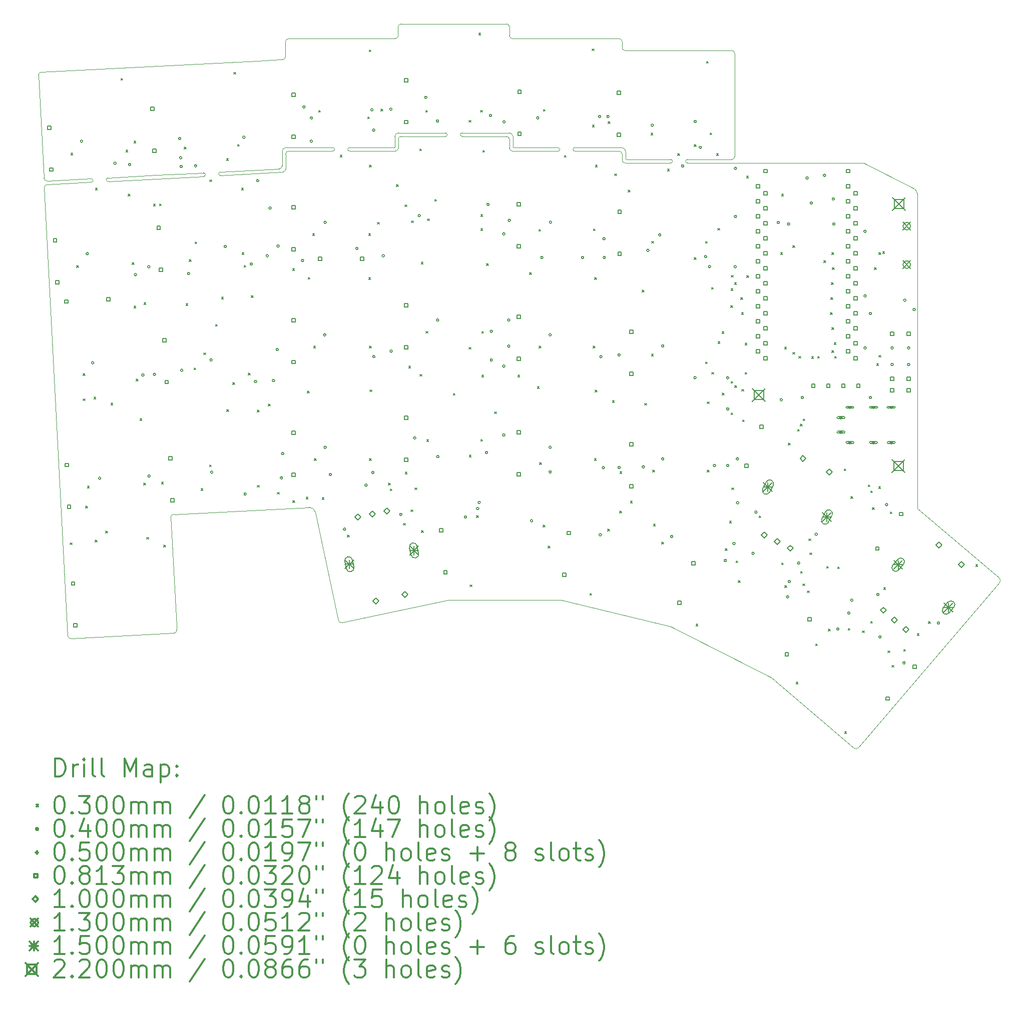
<source format=gbr>
%FSLAX45Y45*%
G04 Gerber Fmt 4.5, Leading zero omitted, Abs format (unit mm)*
G04 Created by KiCad (PCBNEW (5.1.12-1-10_14)) date 2021-11-28 14:19:33*
%MOMM*%
%LPD*%
G01*
G04 APERTURE LIST*
%TA.AperFunction,Profile*%
%ADD10C,0.050000*%
%TD*%
%ADD11C,0.200000*%
%ADD12C,0.300000*%
G04 APERTURE END LIST*
D10*
X9984095Y-11089948D02*
X9977103Y-10960773D01*
X9977103Y-10960773D02*
G75*
G02*
X10023903Y-10908797I49388J2588D01*
G01*
X10023903Y-10908797D02*
X12319749Y-10788234D01*
X9984095Y-11089948D02*
X10074770Y-12800721D01*
X10031280Y-12920987D02*
X8287889Y-13012355D01*
X10078594Y-12868439D02*
X10074770Y-12800721D01*
X8287889Y-13012354D02*
G75*
G02*
X8235341Y-12965039I-2617J49931D01*
G01*
X10078595Y-12868438D02*
G75*
G02*
X10031280Y-12920987I-49932J-2617D01*
G01*
X23995252Y-11987565D02*
G75*
G02*
X24000800Y-12058059I-32473J-38021D01*
G01*
X21607694Y-14859749D02*
G75*
G02*
X21537201Y-14865298I-38021J32472D01*
G01*
X12871767Y-12740465D02*
G75*
G02*
X12812465Y-12701953I-10395J48907D01*
G01*
X11870049Y-5112899D02*
X11854079Y-5114615D01*
X11812496Y-5055899D02*
X11800009Y-5057366D01*
X7739482Y-3472176D02*
G75*
G02*
X7786796Y-3419627I49931J2617D01*
G01*
X7883383Y-5262628D02*
G75*
G02*
X7830836Y-5215313I-2616J49931D01*
G01*
X8916285Y-5268562D02*
G75*
G02*
X8913142Y-5208645I-1575J29958D01*
G01*
X9736841Y-5165492D02*
X8913142Y-5208645D01*
X9726998Y-5226091D02*
X8916282Y-5268561D01*
X8631186Y-5223438D02*
G75*
G02*
X8634325Y-5283355I1573J-29958D01*
G01*
X7885353Y-5322607D02*
X8634325Y-5283355D01*
X7883384Y-5262628D02*
X8631186Y-5223437D01*
X7838038Y-5375156D02*
G75*
G02*
X7885353Y-5322607I49932J2617D01*
G01*
X10815687Y-5108953D02*
X11800009Y-5057366D01*
X10818827Y-5168870D02*
X11854079Y-5114615D01*
X10818828Y-5168870D02*
G75*
G02*
X10815687Y-5108953I-1570J29959D01*
G01*
X10533575Y-5123738D02*
G75*
G02*
X10536714Y-5183655I1573J-29958D01*
G01*
X9726998Y-5226091D02*
X10536714Y-5183655D01*
X9736841Y-5165492D02*
X10533575Y-5123737D01*
X11920049Y-5062899D02*
G75*
G02*
X11870049Y-5112899I-50000J0D01*
G01*
X11862496Y-5005899D02*
G75*
G02*
X11812496Y-5055899I-50000J0D01*
G01*
X11869496Y-3206224D02*
X11827091Y-3207628D01*
X11919496Y-3156225D02*
G75*
G02*
X11869496Y-3206224I-50000J0D01*
G01*
X19467496Y-3052224D02*
G75*
G02*
X19517496Y-3102224I0J-50000D01*
G01*
X17662496Y-3052224D02*
G75*
G02*
X17612496Y-3002224I0J50000D01*
G01*
X17562496Y-2852225D02*
G75*
G02*
X17612496Y-2902225I0J-50000D01*
G01*
X15757496Y-2852224D02*
G75*
G02*
X15707497Y-2802225I0J50000D01*
G01*
X15657496Y-2602224D02*
G75*
G02*
X15707496Y-2652224I0J-50000D01*
G01*
X13824496Y-2652225D02*
G75*
G02*
X13874496Y-2602225I50000J0D01*
G01*
X13824496Y-2802224D02*
G75*
G02*
X13774497Y-2852224I-50000J-1D01*
G01*
X11919496Y-2902225D02*
G75*
G02*
X11969496Y-2852224I50000J0D01*
G01*
X17662496Y-4957224D02*
G75*
G02*
X17612497Y-4907225I0J49999D01*
G01*
X13757496Y-4697225D02*
G75*
G03*
X13767496Y-4687225I0J10000D01*
G01*
X13825496Y-4707224D02*
G75*
G02*
X13775496Y-4757224I-49999J0D01*
G01*
X15757496Y-4757224D02*
G75*
G02*
X15707496Y-4707225I0J50000D01*
G01*
X19517496Y-4847226D02*
G75*
G02*
X19467496Y-4897226I-50000J0D01*
G01*
X19467496Y-4897226D02*
X18717495Y-4897227D01*
X18717496Y-4957225D02*
G75*
G02*
X18717495Y-4897227I2J29999D01*
G01*
X18717496Y-4957225D02*
X19517496Y-4957225D01*
X18434996Y-4897226D02*
X17682496Y-4897227D01*
X17672496Y-4887226D02*
G75*
G03*
X17682496Y-4897227I10000J-1D01*
G01*
X18434996Y-4957226D02*
X17662496Y-4957224D01*
X18434995Y-4957227D02*
G75*
G03*
X18434996Y-4897226I0J30001D01*
G01*
X17612497Y-4907225D02*
X17612496Y-4807225D01*
X17607496Y-4697226D02*
X16812496Y-4697227D01*
X16812496Y-4757224D02*
X17562496Y-4757225D01*
X17607496Y-4697225D02*
G75*
G02*
X17672496Y-4762224I1J-65000D01*
G01*
X16812495Y-4757224D02*
G75*
G02*
X16812496Y-4697227I2J29999D01*
G01*
X17672496Y-4887226D02*
X17672496Y-4762224D01*
X17562496Y-4757225D02*
G75*
G02*
X17612496Y-4807225I0J-50000D01*
G01*
X15767496Y-4687224D02*
G75*
G03*
X15777496Y-4697225I10000J0D01*
G01*
X16529996Y-4697225D02*
X15777496Y-4697225D01*
X16529996Y-4757224D02*
X15757496Y-4757225D01*
X16529997Y-4757224D02*
G75*
G03*
X16529996Y-4697225I-1J30000D01*
G01*
X15707496Y-4707225D02*
X15707496Y-4557225D01*
X15767496Y-4687225D02*
X15767496Y-4512224D01*
X11919996Y-4807224D02*
G75*
G02*
X11969996Y-4757224I50000J0D01*
G01*
X11927496Y-4697224D02*
X12719996Y-4697225D01*
X11969996Y-4757224D02*
X12719996Y-4757225D01*
X11862496Y-4762223D02*
G75*
G02*
X11927496Y-4697224I65000J-1D01*
G01*
X12719997Y-4697225D02*
G75*
G02*
X12719996Y-4757225I3J-30000D01*
G01*
X13002496Y-4757224D02*
G75*
G02*
X13002497Y-4697225I1J30000D01*
G01*
X15657496Y-4507224D02*
G75*
G02*
X15707496Y-4557225I0J-50000D01*
G01*
X13824996Y-4557224D02*
G75*
G02*
X13874997Y-4507224I50000J0D01*
G01*
X22552451Y-5391707D02*
G75*
G02*
X22605646Y-5476337I-46339J-88160D01*
G01*
X22611547Y-10805733D02*
X22605648Y-10789644D01*
X22611547Y-10805733D02*
X23995252Y-11987566D01*
X21695184Y-4957224D02*
X21702075Y-4958295D01*
X21702075Y-4958295D02*
X22552451Y-5391708D01*
X12319749Y-10788235D02*
G75*
G02*
X12422322Y-10866510I4678J-100214D01*
G01*
X14673941Y-12357284D02*
X12871768Y-12740465D01*
X12422322Y-10866510D02*
X12812465Y-12701953D01*
X11441923Y-3228077D02*
X11827091Y-3207628D01*
X24000800Y-12058059D02*
X21607694Y-14859749D01*
X22605646Y-5476337D02*
X22605648Y-10789644D01*
X21695184Y-4957224D02*
X19517496Y-4957225D01*
X16579756Y-12356877D02*
X18435987Y-12802955D01*
X16579756Y-12356877D02*
X14673941Y-12357284D01*
X18435987Y-12802955D02*
X20136924Y-13668698D01*
X20136924Y-13668698D02*
X21537201Y-14865298D01*
X14624996Y-4447224D02*
G75*
G02*
X14624996Y-4507225I3J-30000D01*
G01*
X14907496Y-4507225D02*
G75*
G02*
X14907495Y-4447227I1J29999D01*
G01*
X15702496Y-4447226D02*
G75*
G02*
X15767496Y-4512224I1J-64999D01*
G01*
X13767496Y-4512224D02*
G75*
G02*
X13832496Y-4447225I65000J-1D01*
G01*
X7838038Y-5375155D02*
X8235341Y-12965039D01*
X13824496Y-2652225D02*
X13824497Y-2802225D01*
X15657496Y-2602225D02*
X13874496Y-2602225D01*
X15707497Y-2802225D02*
X15707496Y-2652224D01*
X17562496Y-2852224D02*
X15757496Y-2852225D01*
X17612496Y-3002224D02*
X17612496Y-2902225D01*
X19467496Y-3052224D02*
X17662496Y-3052224D01*
X19517496Y-4847226D02*
X19517496Y-3102224D01*
X14907496Y-4507225D02*
X15657496Y-4507224D01*
X15702496Y-4447226D02*
X14907495Y-4447227D01*
X11969496Y-2852224D02*
X13774497Y-2852224D01*
X11919496Y-3156224D02*
X11919496Y-2902224D01*
X7786796Y-3419627D02*
X11441923Y-3228077D01*
X7830836Y-5215313D02*
X7739482Y-3472176D01*
X13874997Y-4507224D02*
X14624996Y-4507225D01*
X13825497Y-4707224D02*
X13824996Y-4557225D01*
X13002496Y-4757224D02*
X13775496Y-4757224D01*
X13832496Y-4447225D02*
X14624996Y-4447224D01*
X13767496Y-4687225D02*
X13767496Y-4512224D01*
X13002497Y-4697225D02*
X13757495Y-4697225D01*
X11919996Y-4807225D02*
X11920048Y-5062900D01*
X11862496Y-4762224D02*
X11862496Y-5005900D01*
D11*
X8274912Y-11390027D02*
X8304912Y-11420027D01*
X8304912Y-11390027D02*
X8274912Y-11420027D01*
X8291112Y-4791164D02*
X8321112Y-4821164D01*
X8321112Y-4791164D02*
X8291112Y-4821164D01*
X8387027Y-6697757D02*
X8417027Y-6727757D01*
X8417027Y-6697757D02*
X8387027Y-6727757D01*
X8496888Y-8526514D02*
X8526888Y-8556514D01*
X8526888Y-8526514D02*
X8496888Y-8556514D01*
X8498167Y-8950216D02*
X8528167Y-8980216D01*
X8528167Y-8950216D02*
X8498167Y-8980216D01*
X8539845Y-10770312D02*
X8569845Y-10800312D01*
X8569845Y-10770312D02*
X8539845Y-10800312D01*
X8569717Y-10428499D02*
X8599717Y-10458499D01*
X8599717Y-10428499D02*
X8569717Y-10458499D01*
X8676874Y-8920822D02*
X8706874Y-8950822D01*
X8706874Y-8920822D02*
X8676874Y-8950822D01*
X8698020Y-11342820D02*
X8728020Y-11372820D01*
X8728020Y-11342820D02*
X8698020Y-11372820D01*
X8702909Y-5382258D02*
X8732909Y-5412258D01*
X8732909Y-5382258D02*
X8702909Y-5412258D01*
X8875678Y-11190532D02*
X8905678Y-11220532D01*
X8905678Y-11190532D02*
X8875678Y-11220532D01*
X8967763Y-9025743D02*
X8997763Y-9055743D01*
X8997763Y-9025743D02*
X8967763Y-9055743D01*
X9135078Y-3524446D02*
X9165078Y-3554446D01*
X9165078Y-3524446D02*
X9135078Y-3554446D01*
X9220731Y-4740442D02*
X9250731Y-4770442D01*
X9250731Y-4740442D02*
X9220731Y-4770442D01*
X9258363Y-5485180D02*
X9288363Y-5515180D01*
X9288363Y-5485180D02*
X9258363Y-5515180D01*
X9326582Y-6645514D02*
X9356582Y-6675514D01*
X9356582Y-6645514D02*
X9326582Y-6675514D01*
X9356998Y-4589104D02*
X9386998Y-4619104D01*
X9386998Y-4589104D02*
X9356998Y-4619104D01*
X9357327Y-7383103D02*
X9387327Y-7413103D01*
X9387327Y-7383103D02*
X9357327Y-7413103D01*
X9391892Y-8617799D02*
X9421892Y-8647799D01*
X9421892Y-8617799D02*
X9391892Y-8647799D01*
X9457027Y-9285492D02*
X9487027Y-9315492D01*
X9487027Y-9285492D02*
X9457027Y-9315492D01*
X9520036Y-10378693D02*
X9550036Y-10408693D01*
X9550036Y-10378693D02*
X9520036Y-10408693D01*
X9524480Y-7324274D02*
X9554480Y-7354274D01*
X9554480Y-7324274D02*
X9524480Y-7354274D01*
X9572297Y-11296501D02*
X9602297Y-11326501D01*
X9602297Y-11296501D02*
X9572297Y-11326501D01*
X9687181Y-5653392D02*
X9717181Y-5683392D01*
X9717181Y-5653392D02*
X9687181Y-5683392D01*
X9787123Y-5648232D02*
X9817123Y-5678232D01*
X9817123Y-5648232D02*
X9787123Y-5678232D01*
X9820922Y-10360141D02*
X9850922Y-10390141D01*
X9850922Y-10360141D02*
X9820922Y-10390141D01*
X9859025Y-11427171D02*
X9889025Y-11457171D01*
X9889025Y-11427171D02*
X9859025Y-11457171D01*
X10205485Y-4690837D02*
X10235485Y-4720837D01*
X10235485Y-4690837D02*
X10205485Y-4720837D01*
X10236125Y-7337047D02*
X10266125Y-7367047D01*
X10266125Y-7337047D02*
X10236125Y-7367047D01*
X10292307Y-6595904D02*
X10322307Y-6625904D01*
X10322307Y-6595904D02*
X10292307Y-6625904D01*
X10373405Y-8426357D02*
X10403405Y-8456357D01*
X10403405Y-8426357D02*
X10373405Y-8456357D01*
X10387612Y-6293501D02*
X10417612Y-6323501D01*
X10417612Y-6293501D02*
X10387612Y-6323501D01*
X10492321Y-10469744D02*
X10522321Y-10499744D01*
X10522321Y-10469744D02*
X10492321Y-10499744D01*
X10535259Y-8172536D02*
X10565259Y-8202536D01*
X10565259Y-8172536D02*
X10535259Y-8202536D01*
X10633748Y-10070985D02*
X10663748Y-10100985D01*
X10663748Y-10070985D02*
X10633748Y-10100985D01*
X10637086Y-5243193D02*
X10667086Y-5273193D01*
X10667086Y-5243193D02*
X10637086Y-5273193D01*
X10735352Y-7691406D02*
X10765352Y-7721406D01*
X10765352Y-7691406D02*
X10735352Y-7721406D01*
X10836369Y-7230488D02*
X10866369Y-7260488D01*
X10866369Y-7230488D02*
X10836369Y-7260488D01*
X10923599Y-4882414D02*
X10953599Y-4912414D01*
X10953599Y-4882414D02*
X10923599Y-4912414D01*
X10927081Y-9133345D02*
X10957081Y-9163345D01*
X10957081Y-9133345D02*
X10927081Y-9163345D01*
X11027257Y-8675477D02*
X11057257Y-8705477D01*
X11057257Y-8675477D02*
X11027257Y-8705477D01*
X11047453Y-3424223D02*
X11077453Y-3454223D01*
X11077453Y-3424223D02*
X11047453Y-3454223D01*
X11109244Y-4643473D02*
X11139244Y-4673473D01*
X11139244Y-4643473D02*
X11109244Y-4673473D01*
X11175732Y-5384697D02*
X11205732Y-5414697D01*
X11205732Y-5384697D02*
X11175732Y-5414697D01*
X11184080Y-6476256D02*
X11214080Y-6506256D01*
X11214080Y-6476256D02*
X11184080Y-6506256D01*
X11218057Y-6691084D02*
X11248057Y-6721084D01*
X11248057Y-6691084D02*
X11218057Y-6721084D01*
X11292282Y-8518203D02*
X11322282Y-8548203D01*
X11322282Y-8518203D02*
X11292282Y-8548203D01*
X11340674Y-7204058D02*
X11370674Y-7234058D01*
X11370674Y-7204058D02*
X11340674Y-7234058D01*
X11442208Y-9141400D02*
X11472208Y-9171400D01*
X11472208Y-9141400D02*
X11442208Y-9171400D01*
X11442734Y-10418124D02*
X11472734Y-10448124D01*
X11472734Y-10418124D02*
X11442734Y-10448124D01*
X11627234Y-9041578D02*
X11657234Y-9071578D01*
X11657234Y-9041578D02*
X11627234Y-9071578D01*
X11779673Y-10534900D02*
X11809673Y-10564900D01*
X11809673Y-10534900D02*
X11779673Y-10564900D01*
X12041101Y-6748627D02*
X12071101Y-6778627D01*
X12071101Y-6748627D02*
X12041101Y-6778627D01*
X12042502Y-10677085D02*
X12072502Y-10707085D01*
X12072502Y-10677085D02*
X12042502Y-10707085D01*
X12269829Y-10614471D02*
X12299829Y-10644471D01*
X12299829Y-10614471D02*
X12269829Y-10644471D01*
X12288604Y-8821127D02*
X12318604Y-8851127D01*
X12318604Y-8821127D02*
X12288604Y-8851127D01*
X12301104Y-6893631D02*
X12331104Y-6923631D01*
X12331104Y-6893631D02*
X12301104Y-6923631D01*
X12379981Y-6155164D02*
X12409981Y-6185164D01*
X12409981Y-6155164D02*
X12379981Y-6185164D01*
X12394982Y-8057162D02*
X12424982Y-8087162D01*
X12424982Y-8057162D02*
X12394982Y-8087162D01*
X12408982Y-9965164D02*
X12438982Y-9995164D01*
X12438982Y-9965164D02*
X12408982Y-9995164D01*
X12481105Y-4068628D02*
X12511105Y-4098628D01*
X12511105Y-4068628D02*
X12481105Y-4098628D01*
X12541037Y-10625466D02*
X12571037Y-10655466D01*
X12571037Y-10625466D02*
X12541037Y-10655466D01*
X12846102Y-4824846D02*
X12876102Y-4854846D01*
X12876102Y-4824846D02*
X12846102Y-4854846D01*
X12966241Y-11260275D02*
X12996241Y-11290275D01*
X12996241Y-11260275D02*
X12966241Y-11290275D01*
X13311516Y-4178628D02*
X13341516Y-4208628D01*
X13341516Y-4178628D02*
X13311516Y-4208628D01*
X13325606Y-6898128D02*
X13355606Y-6928128D01*
X13355606Y-6898128D02*
X13325606Y-6928128D01*
X13326104Y-6154042D02*
X13356104Y-6184042D01*
X13356104Y-6154042D02*
X13326104Y-6184042D01*
X13336104Y-3043629D02*
X13366104Y-3073629D01*
X13366104Y-3043629D02*
X13336104Y-3073629D01*
X13337982Y-9965162D02*
X13367982Y-9995162D01*
X13367982Y-9965162D02*
X13337982Y-9995162D01*
X13338983Y-8057163D02*
X13368983Y-8087163D01*
X13368983Y-8057163D02*
X13338983Y-8087163D01*
X13341604Y-4993128D02*
X13371604Y-5023128D01*
X13371604Y-4993128D02*
X13341604Y-5023128D01*
X13346103Y-8798627D02*
X13376103Y-8828627D01*
X13376103Y-8798627D02*
X13346103Y-8828627D01*
X13476106Y-5963628D02*
X13506106Y-5993628D01*
X13506106Y-5963628D02*
X13476106Y-5993628D01*
X13536103Y-4043629D02*
X13566103Y-4073629D01*
X13566103Y-4043629D02*
X13536103Y-4073629D01*
X13661960Y-10380215D02*
X13691960Y-10410215D01*
X13691960Y-10380215D02*
X13661960Y-10410215D01*
X13692859Y-10474693D02*
X13722859Y-10504693D01*
X13722859Y-10474693D02*
X13692859Y-10504693D01*
X13798654Y-5326076D02*
X13828654Y-5356076D01*
X13828654Y-5326076D02*
X13798654Y-5356076D01*
X13915241Y-11059600D02*
X13945241Y-11089600D01*
X13945241Y-11059600D02*
X13915241Y-11089600D01*
X13941105Y-5668627D02*
X13971105Y-5698627D01*
X13971105Y-5668627D02*
X13941105Y-5698627D01*
X13946108Y-10193627D02*
X13976108Y-10223627D01*
X13976108Y-10193627D02*
X13946108Y-10223627D01*
X14006104Y-8398629D02*
X14036104Y-8428629D01*
X14036104Y-8398629D02*
X14006104Y-8428629D01*
X14040781Y-10832166D02*
X14070781Y-10862166D01*
X14070781Y-10832166D02*
X14040781Y-10862166D01*
X14051104Y-5938628D02*
X14081104Y-5968628D01*
X14081104Y-5938628D02*
X14051104Y-5968628D01*
X14110567Y-10458589D02*
X14140567Y-10488589D01*
X14140567Y-10458589D02*
X14110567Y-10488589D01*
X14191103Y-4718628D02*
X14221103Y-4748628D01*
X14221103Y-4718628D02*
X14191103Y-4748628D01*
X14196105Y-8538630D02*
X14226105Y-8568630D01*
X14226105Y-8538630D02*
X14196105Y-8568630D01*
X14216102Y-6638629D02*
X14246102Y-6668629D01*
X14246102Y-6638629D02*
X14216102Y-6668629D01*
X14218114Y-11182993D02*
X14248114Y-11212992D01*
X14248114Y-11182993D02*
X14218114Y-11212992D01*
X14291448Y-4066630D02*
X14321448Y-4096630D01*
X14321448Y-4066630D02*
X14291448Y-4096630D01*
X14297982Y-7810164D02*
X14327982Y-7840164D01*
X14327982Y-7810164D02*
X14297982Y-7840164D01*
X14310982Y-9641164D02*
X14340982Y-9671164D01*
X14340982Y-9641164D02*
X14310982Y-9671164D01*
X14321981Y-5903164D02*
X14351981Y-5933164D01*
X14351981Y-5903164D02*
X14321981Y-5933164D01*
X14446104Y-5573627D02*
X14476104Y-5603627D01*
X14476104Y-5573627D02*
X14446104Y-5603627D01*
X14756103Y-8858628D02*
X14786103Y-8888628D01*
X14786103Y-8858628D02*
X14756103Y-8888628D01*
X15026106Y-8078625D02*
X15056106Y-8108625D01*
X15056106Y-8078625D02*
X15026106Y-8108625D01*
X15026107Y-4237288D02*
X15056107Y-4267288D01*
X15056107Y-4237288D02*
X15026107Y-4267288D01*
X15026961Y-9903215D02*
X15056961Y-9933215D01*
X15056961Y-9903215D02*
X15026961Y-9933215D01*
X15042237Y-12100550D02*
X15072237Y-12130550D01*
X15072237Y-12100550D02*
X15042237Y-12130550D01*
X15150272Y-10929702D02*
X15180272Y-10959702D01*
X15180272Y-10929702D02*
X15150272Y-10959702D01*
X15191104Y-2758628D02*
X15221104Y-2788628D01*
X15221104Y-2758628D02*
X15191104Y-2788628D01*
X15220517Y-4068629D02*
X15250517Y-4098629D01*
X15250517Y-4068629D02*
X15220517Y-4098629D01*
X15222518Y-9638626D02*
X15252518Y-9668626D01*
X15252518Y-9638626D02*
X15222518Y-9668626D01*
X15222981Y-6069164D02*
X15252981Y-6099164D01*
X15252981Y-6069164D02*
X15222981Y-6099164D01*
X15222981Y-5832165D02*
X15252981Y-5862165D01*
X15252981Y-5832165D02*
X15222981Y-5862165D01*
X15240981Y-7810163D02*
X15270981Y-7840163D01*
X15270981Y-7810163D02*
X15240981Y-7840163D01*
X15241105Y-8548629D02*
X15271105Y-8578629D01*
X15271105Y-8548629D02*
X15241105Y-8578629D01*
X15256603Y-4743129D02*
X15286603Y-4773129D01*
X15286603Y-4743129D02*
X15256603Y-4773129D01*
X15321105Y-6663626D02*
X15351105Y-6693626D01*
X15351105Y-6663626D02*
X15321105Y-6693626D01*
X15456103Y-9171767D02*
X15486103Y-9201767D01*
X15486103Y-9171767D02*
X15456103Y-9201767D01*
X15851104Y-8548628D02*
X15881104Y-8578628D01*
X15881104Y-8548628D02*
X15851104Y-8578628D01*
X16051107Y-6812628D02*
X16081107Y-6842628D01*
X16081107Y-6812628D02*
X16051107Y-6842628D01*
X16179107Y-8745628D02*
X16209107Y-8775628D01*
X16209107Y-8745628D02*
X16179107Y-8775628D01*
X16204447Y-6083630D02*
X16234447Y-6113630D01*
X16234447Y-6083630D02*
X16204447Y-6113630D01*
X16208982Y-8057164D02*
X16238982Y-8087164D01*
X16238982Y-8057164D02*
X16208982Y-8087164D01*
X16219517Y-10033627D02*
X16249517Y-10063627D01*
X16249517Y-10033627D02*
X16219517Y-10063627D01*
X16277273Y-11088136D02*
X16307273Y-11118136D01*
X16307273Y-11088136D02*
X16277273Y-11118136D01*
X16282982Y-4051163D02*
X16312982Y-4081163D01*
X16312982Y-4051163D02*
X16282982Y-4081163D01*
X16361939Y-11446769D02*
X16391939Y-11476769D01*
X16391939Y-11446769D02*
X16361939Y-11476769D01*
X16636104Y-4828628D02*
X16666104Y-4858628D01*
X16666104Y-4828628D02*
X16636104Y-4858628D01*
X17069420Y-12247147D02*
X17099420Y-12277147D01*
X17099420Y-12247147D02*
X17069420Y-12277147D01*
X17106106Y-3023629D02*
X17136106Y-3053629D01*
X17136106Y-3023629D02*
X17106106Y-3053629D01*
X17110517Y-4318628D02*
X17140517Y-4348628D01*
X17140517Y-4318628D02*
X17110517Y-4348628D01*
X17123982Y-8059163D02*
X17153982Y-8089163D01*
X17153982Y-8059163D02*
X17123982Y-8089163D01*
X17127376Y-6073150D02*
X17157376Y-6103150D01*
X17157376Y-6073150D02*
X17127376Y-6103150D01*
X17144983Y-9962164D02*
X17174983Y-9992164D01*
X17174983Y-9962164D02*
X17144983Y-9992164D01*
X17151604Y-6898128D02*
X17181604Y-6928128D01*
X17181604Y-6898128D02*
X17151604Y-6928128D01*
X17156606Y-8803128D02*
X17186606Y-8833128D01*
X17186606Y-8803128D02*
X17156606Y-8833128D01*
X17160605Y-4993127D02*
X17190605Y-5023127D01*
X17190605Y-4993127D02*
X17160605Y-5023127D01*
X17371759Y-11157619D02*
X17401759Y-11187619D01*
X17401759Y-11157619D02*
X17371759Y-11187619D01*
X17377515Y-4258630D02*
X17407515Y-4288630D01*
X17407515Y-4258630D02*
X17377515Y-4288630D01*
X17449862Y-8981627D02*
X17479862Y-9011627D01*
X17479862Y-8981627D02*
X17449862Y-9011627D01*
X17487975Y-5141756D02*
X17517975Y-5171756D01*
X17517975Y-5141756D02*
X17487975Y-5171756D01*
X17574434Y-10853459D02*
X17604434Y-10883459D01*
X17604434Y-10853459D02*
X17574434Y-10883459D01*
X17575437Y-10183270D02*
X17605437Y-10213270D01*
X17605437Y-10183270D02*
X17575437Y-10213270D01*
X17716142Y-5418587D02*
X17746142Y-5448587D01*
X17746142Y-5418587D02*
X17716142Y-5448587D01*
X17755105Y-10681647D02*
X17785105Y-10711647D01*
X17785105Y-10681647D02*
X17755105Y-10711647D01*
X17956104Y-7108631D02*
X17986104Y-7138631D01*
X17986104Y-7108631D02*
X17956104Y-7138631D01*
X17996105Y-9028629D02*
X18026105Y-9058629D01*
X18026105Y-9028629D02*
X17996105Y-9058629D01*
X18101983Y-4451164D02*
X18131983Y-4481164D01*
X18131983Y-4451164D02*
X18101983Y-4481164D01*
X18111981Y-8194164D02*
X18141981Y-8224164D01*
X18141981Y-8194164D02*
X18111981Y-8224164D01*
X18114518Y-6283628D02*
X18144518Y-6313628D01*
X18144518Y-6283628D02*
X18114518Y-6313628D01*
X18129982Y-10158164D02*
X18159982Y-10188164D01*
X18159982Y-10158164D02*
X18129982Y-10188164D01*
X18145276Y-11072557D02*
X18175276Y-11102557D01*
X18175276Y-11072557D02*
X18145276Y-11102557D01*
X18286345Y-11377191D02*
X18316345Y-11407191D01*
X18316345Y-11377191D02*
X18286345Y-11407191D01*
X18381104Y-5063630D02*
X18411104Y-5093630D01*
X18411104Y-5063630D02*
X18381104Y-5093630D01*
X18556322Y-4798626D02*
X18586322Y-4828626D01*
X18586322Y-4798626D02*
X18556322Y-4828626D01*
X18836103Y-4648629D02*
X18866103Y-4678629D01*
X18866103Y-4648629D02*
X18836103Y-4678629D01*
X18836107Y-6558038D02*
X18866107Y-6588038D01*
X18866107Y-6558038D02*
X18836107Y-6588038D01*
X18863510Y-12765115D02*
X18893510Y-12795115D01*
X18893510Y-12765115D02*
X18863510Y-12795115D01*
X19024518Y-6283628D02*
X19054518Y-6313628D01*
X19054518Y-6283628D02*
X19024518Y-6313628D01*
X19024982Y-8327164D02*
X19054982Y-8357164D01*
X19054982Y-8327164D02*
X19024982Y-8357164D01*
X19041104Y-3238627D02*
X19071104Y-3268627D01*
X19071104Y-3238627D02*
X19041104Y-3268627D01*
X19055982Y-10157163D02*
X19085982Y-10187163D01*
X19085982Y-10157163D02*
X19055982Y-10187163D01*
X19056603Y-9003128D02*
X19086603Y-9033128D01*
X19086603Y-9003128D02*
X19056603Y-9033128D01*
X19102982Y-4447162D02*
X19132982Y-4477162D01*
X19132982Y-4447162D02*
X19102982Y-4477162D01*
X19126104Y-7063627D02*
X19156104Y-7093627D01*
X19156104Y-7063627D02*
X19126104Y-7093627D01*
X19131106Y-8504639D02*
X19161106Y-8534639D01*
X19161106Y-8504639D02*
X19131106Y-8534639D01*
X19211107Y-4798627D02*
X19241107Y-4828627D01*
X19241107Y-4798627D02*
X19211107Y-4828627D01*
X19231106Y-6063629D02*
X19261106Y-6093629D01*
X19261106Y-6063629D02*
X19231106Y-6093629D01*
X19237001Y-7980430D02*
X19267001Y-8010430D01*
X19267001Y-7980430D02*
X19237001Y-8010430D01*
X19306270Y-7812630D02*
X19336270Y-7842630D01*
X19336270Y-7812630D02*
X19306270Y-7842630D01*
X19307270Y-8855631D02*
X19337270Y-8885631D01*
X19337270Y-8855631D02*
X19307270Y-8885631D01*
X19359621Y-11487281D02*
X19389621Y-11517281D01*
X19389621Y-11487281D02*
X19359621Y-11517281D01*
X19432116Y-11024012D02*
X19462116Y-11054012D01*
X19462116Y-11024012D02*
X19432116Y-11054012D01*
X19452772Y-7371128D02*
X19482772Y-7401128D01*
X19482772Y-7371128D02*
X19452772Y-7401128D01*
X19455380Y-9187361D02*
X19485380Y-9217361D01*
X19485380Y-9187361D02*
X19455380Y-9217361D01*
X19455383Y-8657489D02*
X19485383Y-8687489D01*
X19485383Y-8657489D02*
X19455383Y-8687489D01*
X19457773Y-7087128D02*
X19487773Y-7117128D01*
X19487773Y-7087128D02*
X19457773Y-7117128D01*
X19458772Y-6860128D02*
X19488772Y-6890128D01*
X19488772Y-6860128D02*
X19458772Y-6890128D01*
X19467296Y-10458880D02*
X19497296Y-10488880D01*
X19497296Y-10458880D02*
X19467296Y-10488880D01*
X19517990Y-6983885D02*
X19547990Y-7013885D01*
X19547990Y-6983885D02*
X19517990Y-7013885D01*
X19518994Y-8725878D02*
X19548994Y-8755878D01*
X19548994Y-8725878D02*
X19518994Y-8755878D01*
X19542453Y-11696112D02*
X19572453Y-11726112D01*
X19572453Y-11696112D02*
X19542453Y-11726112D01*
X19581583Y-12031582D02*
X19611583Y-12061582D01*
X19611583Y-12031582D02*
X19581583Y-12061582D01*
X19622119Y-7236701D02*
X19652119Y-7266701D01*
X19652119Y-7236701D02*
X19622119Y-7266701D01*
X19635992Y-7490888D02*
X19665992Y-7520888D01*
X19665992Y-7490888D02*
X19635992Y-7520888D01*
X19636993Y-8789878D02*
X19666993Y-8819878D01*
X19666993Y-8789878D02*
X19636993Y-8819878D01*
X19650003Y-9307897D02*
X19680003Y-9337897D01*
X19680003Y-9307897D02*
X19650003Y-9337897D01*
X19695031Y-8005870D02*
X19725031Y-8035870D01*
X19725031Y-8005870D02*
X19695031Y-8035870D01*
X19695235Y-8504639D02*
X19725235Y-8534639D01*
X19725235Y-8504639D02*
X19695235Y-8534639D01*
X19720854Y-5182048D02*
X19750854Y-5212048D01*
X19750854Y-5182048D02*
X19720854Y-5212048D01*
X19722233Y-6863127D02*
X19752233Y-6893127D01*
X19752233Y-6863127D02*
X19722233Y-6893127D01*
X19932648Y-10933641D02*
X19962648Y-10963641D01*
X19962648Y-10933641D02*
X19932648Y-10963641D01*
X20293448Y-6474702D02*
X20323448Y-6504702D01*
X20323448Y-6474702D02*
X20293448Y-6504702D01*
X20311497Y-11728736D02*
X20341497Y-11758736D01*
X20341497Y-11728736D02*
X20311497Y-11758736D01*
X20312961Y-5484215D02*
X20342961Y-5514215D01*
X20342961Y-5484215D02*
X20312961Y-5514215D01*
X20362960Y-8074216D02*
X20392960Y-8104216D01*
X20392960Y-8074216D02*
X20362960Y-8104216D01*
X20366634Y-12116052D02*
X20396634Y-12146052D01*
X20396634Y-12116052D02*
X20366634Y-12146052D01*
X20424364Y-9701766D02*
X20454364Y-9731766D01*
X20454364Y-9701766D02*
X20424364Y-9731766D01*
X20502046Y-6355129D02*
X20532046Y-6385129D01*
X20532046Y-6355129D02*
X20502046Y-6385129D01*
X20502960Y-8166215D02*
X20532960Y-8196215D01*
X20532960Y-8166215D02*
X20502960Y-8196215D01*
X20556394Y-13748776D02*
X20586394Y-13778776D01*
X20586394Y-13748776D02*
X20556394Y-13778776D01*
X20582827Y-9469022D02*
X20612827Y-9499022D01*
X20612827Y-9469022D02*
X20582827Y-9499022D01*
X20602960Y-8234216D02*
X20632960Y-8264216D01*
X20632960Y-8234216D02*
X20602960Y-8264216D01*
X20629571Y-9379484D02*
X20659571Y-9409484D01*
X20659571Y-9379484D02*
X20629571Y-9409484D01*
X20632042Y-11872367D02*
X20662042Y-11902367D01*
X20662042Y-11872367D02*
X20632042Y-11902367D01*
X20673386Y-12083636D02*
X20703386Y-12113636D01*
X20703386Y-12083636D02*
X20673386Y-12113636D01*
X20674953Y-9292620D02*
X20704953Y-9322620D01*
X20704953Y-9292620D02*
X20674953Y-9322620D01*
X20749701Y-12202335D02*
X20779701Y-12232335D01*
X20779701Y-12202335D02*
X20749701Y-12232335D01*
X20774516Y-11321070D02*
X20804516Y-11351070D01*
X20804516Y-11321070D02*
X20774516Y-11351070D01*
X20791674Y-11559072D02*
X20821674Y-11589072D01*
X20821674Y-11559072D02*
X20791674Y-11589072D01*
X20818124Y-8236054D02*
X20848124Y-8266054D01*
X20848124Y-8236054D02*
X20818124Y-8266054D01*
X20887853Y-13102586D02*
X20917853Y-13132586D01*
X20917853Y-13102586D02*
X20887853Y-13132586D01*
X20922961Y-8234215D02*
X20952961Y-8264215D01*
X20952961Y-8234215D02*
X20922961Y-8264215D01*
X21028050Y-6609126D02*
X21058050Y-6639126D01*
X21058050Y-6609126D02*
X21028050Y-6639126D01*
X21073545Y-11786907D02*
X21103545Y-11816907D01*
X21103545Y-11786907D02*
X21073545Y-11816907D01*
X21102847Y-12850859D02*
X21132847Y-12880859D01*
X21132847Y-12850859D02*
X21102847Y-12880859D01*
X21138039Y-7490701D02*
X21168039Y-7520701D01*
X21168039Y-7490701D02*
X21138039Y-7520701D01*
X21144039Y-7236702D02*
X21174039Y-7266702D01*
X21174039Y-7236702D02*
X21144039Y-7266702D01*
X21155037Y-6982703D02*
X21185037Y-7012703D01*
X21185037Y-6982703D02*
X21155037Y-7012703D01*
X21164047Y-8133128D02*
X21194047Y-8163128D01*
X21194047Y-8133128D02*
X21164047Y-8163128D01*
X21164890Y-6474698D02*
X21194890Y-6504698D01*
X21194890Y-6474698D02*
X21164890Y-6504698D01*
X21164977Y-7744703D02*
X21194977Y-7774703D01*
X21194977Y-7744703D02*
X21164977Y-7774703D01*
X21170889Y-6728702D02*
X21200889Y-6758702D01*
X21200889Y-6728702D02*
X21170889Y-6758702D01*
X21199473Y-7998702D02*
X21229473Y-8028702D01*
X21229473Y-7998702D02*
X21199473Y-8028702D01*
X21209360Y-8230816D02*
X21239360Y-8260816D01*
X21239360Y-8230816D02*
X21209360Y-8260816D01*
X21261094Y-11798254D02*
X21291094Y-11828254D01*
X21291094Y-11798254D02*
X21261094Y-11828254D01*
X21370924Y-10137706D02*
X21400924Y-10167706D01*
X21400924Y-10137706D02*
X21370924Y-10167706D01*
X21379713Y-14584781D02*
X21409713Y-14614781D01*
X21409713Y-14584781D02*
X21379713Y-14614781D01*
X21437231Y-12838624D02*
X21467231Y-12868624D01*
X21467231Y-12838624D02*
X21437231Y-12868624D01*
X21484936Y-10606239D02*
X21514936Y-10636239D01*
X21514936Y-10606239D02*
X21484936Y-10636239D01*
X21677560Y-12882130D02*
X21707560Y-12912130D01*
X21707560Y-12882130D02*
X21677560Y-12912130D01*
X21776418Y-10407441D02*
X21806418Y-10437441D01*
X21806418Y-10407441D02*
X21776418Y-10437441D01*
X21817191Y-12718641D02*
X21847191Y-12748641D01*
X21847191Y-12718641D02*
X21817191Y-12748641D01*
X21820334Y-10509314D02*
X21850334Y-10539314D01*
X21850334Y-10509314D02*
X21820334Y-10539314D01*
X21850248Y-10792375D02*
X21880248Y-10822375D01*
X21880248Y-10792375D02*
X21850248Y-10822375D01*
X21883473Y-6728702D02*
X21913473Y-6758702D01*
X21913473Y-6728702D02*
X21883473Y-6758702D01*
X21918961Y-8353216D02*
X21948961Y-8383216D01*
X21948961Y-8353216D02*
X21918961Y-8383216D01*
X21954599Y-10437018D02*
X21984599Y-10467018D01*
X21984599Y-10437018D02*
X21954599Y-10467018D01*
X21957473Y-6474703D02*
X21987473Y-6504703D01*
X21987473Y-6474703D02*
X21957473Y-6504703D01*
X21958473Y-8213702D02*
X21988473Y-8243702D01*
X21988473Y-8213702D02*
X21958473Y-8243702D01*
X22020961Y-6460215D02*
X22050961Y-6490215D01*
X22050961Y-6460215D02*
X22020961Y-6490215D01*
X22039728Y-12148586D02*
X22069728Y-12178586D01*
X22069728Y-12148586D02*
X22039728Y-12178586D01*
X22111265Y-13219747D02*
X22141265Y-13249747D01*
X22141265Y-13219747D02*
X22111265Y-13249747D01*
X22150964Y-10865670D02*
X22180964Y-10895670D01*
X22180964Y-10865670D02*
X22150964Y-10895670D01*
X22179371Y-13463266D02*
X22209371Y-13493266D01*
X22209371Y-13463266D02*
X22179371Y-13493266D01*
X22377165Y-13195190D02*
X22407165Y-13225190D01*
X22407165Y-13195190D02*
X22377165Y-13225190D01*
X22607070Y-12926006D02*
X22637070Y-12956006D01*
X22637070Y-12926006D02*
X22607070Y-12956006D01*
X22795015Y-12723960D02*
X22825015Y-12753960D01*
X22825015Y-12723960D02*
X22795015Y-12753960D01*
X23596898Y-11758211D02*
X23626898Y-11788211D01*
X23626898Y-11758211D02*
X23596898Y-11788211D01*
X8488151Y-4590574D02*
G75*
G03*
X8488151Y-4590574I-20000J0D01*
G01*
X8584862Y-6493120D02*
G75*
G03*
X8584862Y-6493120I-20000J0D01*
G01*
X8675740Y-8341899D02*
G75*
G03*
X8675740Y-8341899I-20000J0D01*
G01*
X8793957Y-10297391D02*
G75*
G03*
X8793957Y-10297391I-20000J0D01*
G01*
X9054390Y-4962368D02*
G75*
G03*
X9054390Y-4962368I-20000J0D01*
G01*
X9300887Y-4984582D02*
G75*
G03*
X9300887Y-4984582I-20000J0D01*
G01*
X9400432Y-6847736D02*
G75*
G03*
X9400432Y-6847736I-20000J0D01*
G01*
X9527676Y-8547594D02*
G75*
G03*
X9527676Y-8547594I-20000J0D01*
G01*
X9626893Y-6714890D02*
G75*
G03*
X9626893Y-6714890I-20000J0D01*
G01*
X9629300Y-10259434D02*
G75*
G03*
X9629300Y-10259434I-20000J0D01*
G01*
X9722408Y-8537390D02*
G75*
G03*
X9722408Y-8537390I-20000J0D01*
G01*
X10149022Y-4544589D02*
G75*
G03*
X10149022Y-4544589I-20000J0D01*
G01*
X10166017Y-4868857D02*
G75*
G03*
X10166017Y-4868857I-20000J0D01*
G01*
X10173880Y-5018938D02*
G75*
G03*
X10173880Y-5018938I-20000J0D01*
G01*
X10183251Y-8466986D02*
G75*
G03*
X10183251Y-8466986I-20000J0D01*
G01*
X10298834Y-6829883D02*
G75*
G03*
X10298834Y-6829883I-20000J0D01*
G01*
X10418545Y-5006119D02*
G75*
G03*
X10418545Y-5006119I-20000J0D01*
G01*
X10678533Y-8291012D02*
G75*
G03*
X10678533Y-8291012I-20000J0D01*
G01*
X10690144Y-10194010D02*
G75*
G03*
X10690144Y-10194010I-20000J0D01*
G01*
X10919654Y-6370760D02*
G75*
G03*
X10919654Y-6370760I-20000J0D01*
G01*
X11234368Y-4522758D02*
G75*
G03*
X11234368Y-4522758I-20000J0D01*
G01*
X11255512Y-10562845D02*
G75*
G03*
X11255512Y-10562845I-20000J0D01*
G01*
X11359837Y-6670701D02*
G75*
G03*
X11359837Y-6670701I-20000J0D01*
G01*
X11431070Y-8658129D02*
G75*
G03*
X11431070Y-8658129I-20000J0D01*
G01*
X11468091Y-5256530D02*
G75*
G03*
X11468091Y-5256530I-20000J0D01*
G01*
X11629954Y-6529802D02*
G75*
G03*
X11629954Y-6529802I-20000J0D01*
G01*
X11677698Y-5721198D02*
G75*
G03*
X11677698Y-5721198I-20000J0D01*
G01*
X11735651Y-8642170D02*
G75*
G03*
X11735651Y-8642170I-20000J0D01*
G01*
X11798313Y-8118169D02*
G75*
G03*
X11798313Y-8118169I-20000J0D01*
G01*
X11812247Y-6363364D02*
G75*
G03*
X11812247Y-6363364I-20000J0D01*
G01*
X11869571Y-10289917D02*
G75*
G03*
X11869571Y-10289917I-20000J0D01*
G01*
X11890572Y-9878604D02*
G75*
G03*
X11890572Y-9878604I-20000J0D01*
G01*
X12226106Y-6608627D02*
G75*
G03*
X12226106Y-6608627I-20000J0D01*
G01*
X12251105Y-4008629D02*
G75*
G03*
X12251105Y-4008629I-20000J0D01*
G01*
X12376104Y-4588630D02*
G75*
G03*
X12376104Y-4588630I-20000J0D01*
G01*
X12376104Y-4193628D02*
G75*
G03*
X12376104Y-4193628I-20000J0D01*
G01*
X12602519Y-7867626D02*
G75*
G03*
X12602519Y-7867626I-20000J0D01*
G01*
X12608522Y-5962623D02*
G75*
G03*
X12608522Y-5962623I-20000J0D01*
G01*
X12609520Y-9772626D02*
G75*
G03*
X12609520Y-9772626I-20000J0D01*
G01*
X12696272Y-10234701D02*
G75*
G03*
X12696272Y-10234701I-20000J0D01*
G01*
X12937666Y-11158952D02*
G75*
G03*
X12937666Y-11158952I-20000J0D01*
G01*
X13146103Y-6403630D02*
G75*
G03*
X13146103Y-6403630I-20000J0D01*
G01*
X13301590Y-10413781D02*
G75*
G03*
X13301590Y-10413781I-20000J0D01*
G01*
X13400107Y-4057627D02*
G75*
G03*
X13400107Y-4057627I-20000J0D01*
G01*
X13416983Y-10200164D02*
G75*
G03*
X13416983Y-10200164I-20000J0D01*
G01*
X13430269Y-4403143D02*
G75*
G03*
X13430269Y-4403143I-20000J0D01*
G01*
X13433982Y-8237163D02*
G75*
G03*
X13433982Y-8237163I-20000J0D01*
G01*
X13591105Y-6528629D02*
G75*
G03*
X13591105Y-6528629I-20000J0D01*
G01*
X13721100Y-4048629D02*
G75*
G03*
X13721100Y-4048629I-20000J0D01*
G01*
X13726100Y-8143629D02*
G75*
G03*
X13726100Y-8143629I-20000J0D01*
G01*
X13889570Y-10908703D02*
G75*
G03*
X13889570Y-10908703I-20000J0D01*
G01*
X14124103Y-9613627D02*
G75*
G03*
X14124103Y-9613627I-20000J0D01*
G01*
X14201105Y-5848630D02*
G75*
G03*
X14201105Y-5848630I-20000J0D01*
G01*
X14312775Y-3846957D02*
G75*
G03*
X14312775Y-3846957I-20000J0D01*
G01*
X14510982Y-4247163D02*
G75*
G03*
X14510982Y-4247163I-20000J0D01*
G01*
X14512518Y-7617628D02*
G75*
G03*
X14512518Y-7617628I-20000J0D01*
G01*
X14515105Y-9929631D02*
G75*
G03*
X14515105Y-9929631I-20000J0D01*
G01*
X14983293Y-10952500D02*
G75*
G03*
X14983293Y-10952500I-20000J0D01*
G01*
X15190272Y-10809700D02*
G75*
G03*
X15190272Y-10809700I-20000J0D01*
G01*
X15215107Y-10706313D02*
G75*
G03*
X15215107Y-10706313I-20000J0D01*
G01*
X15340104Y-9859628D02*
G75*
G03*
X15340104Y-9859628I-20000J0D01*
G01*
X15363603Y-5658628D02*
G75*
G03*
X15363603Y-5658628I-20000J0D01*
G01*
X15405106Y-4154629D02*
G75*
G03*
X15405106Y-4154629I-20000J0D01*
G01*
X15421105Y-8293630D02*
G75*
G03*
X15421105Y-8293630I-20000J0D01*
G01*
X15421105Y-7808629D02*
G75*
G03*
X15421105Y-7808629I-20000J0D01*
G01*
X15631104Y-6158627D02*
G75*
G03*
X15631104Y-6158627I-20000J0D01*
G01*
X15631106Y-8398630D02*
G75*
G03*
X15631106Y-8398630I-20000J0D01*
G01*
X15631107Y-9563627D02*
G75*
G03*
X15631107Y-9563627I-20000J0D01*
G01*
X15636105Y-4258629D02*
G75*
G03*
X15636105Y-4258629I-20000J0D01*
G01*
X15715103Y-8059629D02*
G75*
G03*
X15715103Y-8059629I-20000J0D01*
G01*
X15715104Y-7617628D02*
G75*
G03*
X15715104Y-7617628I-20000J0D01*
G01*
X15726106Y-5928628D02*
G75*
G03*
X15726106Y-5928628I-20000J0D01*
G01*
X16100919Y-11017054D02*
G75*
G03*
X16100919Y-11017054I-20000J0D01*
G01*
X16206103Y-4193630D02*
G75*
G03*
X16206103Y-4193630I-20000J0D01*
G01*
X16276104Y-6558629D02*
G75*
G03*
X16276104Y-6558629I-20000J0D01*
G01*
X16414516Y-7867628D02*
G75*
G03*
X16414516Y-7867628I-20000J0D01*
G01*
X16414518Y-9772628D02*
G75*
G03*
X16414518Y-9772628I-20000J0D01*
G01*
X16416107Y-10189038D02*
G75*
G03*
X16416107Y-10189038I-20000J0D01*
G01*
X16422103Y-5962629D02*
G75*
G03*
X16422103Y-5962629I-20000J0D01*
G01*
X16963445Y-6558627D02*
G75*
G03*
X16963445Y-6558627I-20000J0D01*
G01*
X17253604Y-4171128D02*
G75*
G03*
X17253604Y-4171128I-20000J0D01*
G01*
X17264276Y-11253300D02*
G75*
G03*
X17264276Y-11253300I-20000J0D01*
G01*
X17274186Y-8237991D02*
G75*
G03*
X17274186Y-8237991I-20000J0D01*
G01*
X17316981Y-10116163D02*
G75*
G03*
X17316981Y-10116163I-20000J0D01*
G01*
X17326104Y-6238628D02*
G75*
G03*
X17326104Y-6238628I-20000J0D01*
G01*
X17331105Y-6558627D02*
G75*
G03*
X17331105Y-6558627I-20000J0D01*
G01*
X17393604Y-4171126D02*
G75*
G03*
X17393604Y-4171126I-20000J0D01*
G01*
X17581105Y-10115360D02*
G75*
G03*
X17581105Y-10115360I-20000J0D01*
G01*
X17581106Y-8207687D02*
G75*
G03*
X17581106Y-8207687I-20000J0D01*
G01*
X17991106Y-10103631D02*
G75*
G03*
X17991106Y-10103631I-20000J0D01*
G01*
X18069446Y-6438627D02*
G75*
G03*
X18069446Y-6438627I-20000J0D01*
G01*
X18143981Y-4319165D02*
G75*
G03*
X18143981Y-4319165I-20000J0D01*
G01*
X18269858Y-6175041D02*
G75*
G03*
X18269858Y-6175041I-20000J0D01*
G01*
X18320519Y-9967627D02*
G75*
G03*
X18320519Y-9967627I-20000J0D01*
G01*
X18321105Y-8056040D02*
G75*
G03*
X18321105Y-8056040I-20000J0D01*
G01*
X18470501Y-11284021D02*
G75*
G03*
X18470501Y-11284021I-20000J0D01*
G01*
X18656104Y-5008630D02*
G75*
G03*
X18656104Y-5008630I-20000J0D01*
G01*
X18865956Y-8593773D02*
G75*
G03*
X18865956Y-8593773I-20000J0D01*
G01*
X18870104Y-4257629D02*
G75*
G03*
X18870104Y-4257629I-20000J0D01*
G01*
X18956104Y-4693628D02*
G75*
G03*
X18956104Y-4693628I-20000J0D01*
G01*
X19046106Y-6543627D02*
G75*
G03*
X19046106Y-6543627I-20000J0D01*
G01*
X19111103Y-6714172D02*
G75*
G03*
X19111103Y-6714172I-20000J0D01*
G01*
X19196104Y-10080964D02*
G75*
G03*
X19196104Y-10080964I-20000J0D01*
G01*
X19379370Y-11689302D02*
G75*
G03*
X19379370Y-11689302I-20000J0D01*
G01*
X19418606Y-10080570D02*
G75*
G03*
X19418606Y-10080570I-20000J0D01*
G01*
X19418608Y-8596127D02*
G75*
G03*
X19418608Y-8596127I-20000J0D01*
G01*
X19418608Y-9122137D02*
G75*
G03*
X19418608Y-9122137I-20000J0D01*
G01*
X19526506Y-11400528D02*
G75*
G03*
X19526506Y-11400528I-20000J0D01*
G01*
X19546190Y-6714086D02*
G75*
G03*
X19546190Y-6714086I-20000J0D01*
G01*
X19549820Y-5863610D02*
G75*
G03*
X19549820Y-5863610I-20000J0D01*
G01*
X19550872Y-5048128D02*
G75*
G03*
X19550872Y-5048128I-20000J0D01*
G01*
X19582549Y-9967343D02*
G75*
G03*
X19582549Y-9967343I-20000J0D01*
G01*
X19585760Y-10711416D02*
G75*
G03*
X19585760Y-10711416I-20000J0D01*
G01*
X19847862Y-11568230D02*
G75*
G03*
X19847862Y-11568230I-20000J0D01*
G01*
X19897576Y-10870293D02*
G75*
G03*
X19897576Y-10870293I-20000J0D01*
G01*
X20273617Y-5965559D02*
G75*
G03*
X20273617Y-5965559I-20000J0D01*
G01*
X20325185Y-8967707D02*
G75*
G03*
X20325185Y-8967707I-20000J0D01*
G01*
X20432379Y-12303844D02*
G75*
G03*
X20432379Y-12303844I-20000J0D01*
G01*
X20448021Y-5991298D02*
G75*
G03*
X20448021Y-5991298I-20000J0D01*
G01*
X20460852Y-12043661D02*
G75*
G03*
X20460852Y-12043661I-20000J0D01*
G01*
X20619297Y-11732702D02*
G75*
G03*
X20619297Y-11732702I-20000J0D01*
G01*
X20681897Y-8927278D02*
G75*
G03*
X20681897Y-8927278I-20000J0D01*
G01*
X20763099Y-5212152D02*
G75*
G03*
X20763099Y-5212152I-20000J0D01*
G01*
X20834099Y-5636153D02*
G75*
G03*
X20834099Y-5636153I-20000J0D01*
G01*
X20916650Y-11244754D02*
G75*
G03*
X20916650Y-11244754I-20000J0D01*
G01*
X21056099Y-5167154D02*
G75*
G03*
X21056099Y-5167154I-20000J0D01*
G01*
X21206098Y-5565152D02*
G75*
G03*
X21206098Y-5565152I-20000J0D01*
G01*
X21214879Y-5991297D02*
G75*
G03*
X21214879Y-5991297I-20000J0D01*
G01*
X21283927Y-12849292D02*
G75*
G03*
X21283927Y-12849292I-20000J0D01*
G01*
X21468929Y-12580631D02*
G75*
G03*
X21468929Y-12580631I-20000J0D01*
G01*
X21518839Y-12361700D02*
G75*
G03*
X21518839Y-12361700I-20000J0D01*
G01*
X21742672Y-6114503D02*
G75*
G03*
X21742672Y-6114503I-20000J0D01*
G01*
X21743673Y-7208503D02*
G75*
G03*
X21743673Y-7208503I-20000J0D01*
G01*
X21743673Y-8088503D02*
G75*
G03*
X21743673Y-8088503I-20000J0D01*
G01*
X21834023Y-7507868D02*
G75*
G03*
X21834023Y-7507868I-20000J0D01*
G01*
X21834024Y-8927278D02*
G75*
G03*
X21834024Y-8927278I-20000J0D01*
G01*
X21959061Y-12265607D02*
G75*
G03*
X21959061Y-12265607I-20000J0D01*
G01*
X21995731Y-12983290D02*
G75*
G03*
X21995731Y-12983290I-20000J0D01*
G01*
X22106863Y-10742804D02*
G75*
G03*
X22106863Y-10742804I-20000J0D01*
G01*
X22200762Y-8089430D02*
G75*
G03*
X22200762Y-8089430I-20000J0D01*
G01*
X22200762Y-8369430D02*
G75*
G03*
X22200762Y-8369430I-20000J0D01*
G01*
X22401910Y-13422367D02*
G75*
G03*
X22401910Y-13422367I-20000J0D01*
G01*
X22415826Y-7282023D02*
G75*
G03*
X22415826Y-7282023I-20000J0D01*
G01*
X22480767Y-8089426D02*
G75*
G03*
X22480767Y-8089426I-20000J0D01*
G01*
X22480767Y-8369426D02*
G75*
G03*
X22480767Y-8369426I-20000J0D01*
G01*
X22573100Y-7439152D02*
G75*
G03*
X22573100Y-7439152I-20000J0D01*
G01*
X22983295Y-12748886D02*
G75*
G03*
X22983295Y-12748886I-20000J0D01*
G01*
X21316003Y-9243897D02*
X21316003Y-9293897D01*
X21291003Y-9268897D02*
X21341003Y-9268897D01*
X21371003Y-9253897D02*
X21261003Y-9253897D01*
X21371003Y-9283897D02*
X21261003Y-9283897D01*
X21261003Y-9253897D02*
G75*
G03*
X21261003Y-9283897I0J-15000D01*
G01*
X21371003Y-9283897D02*
G75*
G03*
X21371003Y-9253897I0J15000D01*
G01*
X21316003Y-9488897D02*
X21316003Y-9538897D01*
X21291003Y-9513897D02*
X21341003Y-9513897D01*
X21371003Y-9498897D02*
X21261003Y-9498897D01*
X21371003Y-9528897D02*
X21261003Y-9528897D01*
X21261003Y-9498897D02*
G75*
G03*
X21261003Y-9528897I0J-15000D01*
G01*
X21371003Y-9528897D02*
G75*
G03*
X21371003Y-9498897I0J15000D01*
G01*
X21466003Y-9068897D02*
X21466003Y-9118897D01*
X21441003Y-9093897D02*
X21491003Y-9093897D01*
X21521003Y-9078897D02*
X21411003Y-9078897D01*
X21521003Y-9108897D02*
X21411003Y-9108897D01*
X21411003Y-9078897D02*
G75*
G03*
X21411003Y-9108897I0J-15000D01*
G01*
X21521003Y-9108897D02*
G75*
G03*
X21521003Y-9078897I0J15000D01*
G01*
X21466003Y-9663897D02*
X21466003Y-9713897D01*
X21441003Y-9688897D02*
X21491003Y-9688897D01*
X21521003Y-9673897D02*
X21411003Y-9673897D01*
X21521003Y-9703897D02*
X21411003Y-9703897D01*
X21411003Y-9673897D02*
G75*
G03*
X21411003Y-9703897I0J-15000D01*
G01*
X21521003Y-9703897D02*
G75*
G03*
X21521003Y-9673897I0J15000D01*
G01*
X21866003Y-9068897D02*
X21866003Y-9118897D01*
X21841003Y-9093897D02*
X21891003Y-9093897D01*
X21921003Y-9078897D02*
X21811003Y-9078897D01*
X21921003Y-9108897D02*
X21811003Y-9108897D01*
X21811003Y-9078897D02*
G75*
G03*
X21811003Y-9108897I0J-15000D01*
G01*
X21921003Y-9108897D02*
G75*
G03*
X21921003Y-9078897I0J15000D01*
G01*
X21866003Y-9663897D02*
X21866003Y-9713897D01*
X21841003Y-9688897D02*
X21891003Y-9688897D01*
X21921003Y-9673897D02*
X21811003Y-9673897D01*
X21921003Y-9703897D02*
X21811003Y-9703897D01*
X21811003Y-9673897D02*
G75*
G03*
X21811003Y-9703897I0J-15000D01*
G01*
X21921003Y-9703897D02*
G75*
G03*
X21921003Y-9673897I0J15000D01*
G01*
X22166003Y-9068897D02*
X22166003Y-9118897D01*
X22141003Y-9093897D02*
X22191003Y-9093897D01*
X22221003Y-9078897D02*
X22111003Y-9078897D01*
X22221003Y-9108897D02*
X22111003Y-9108897D01*
X22111003Y-9078897D02*
G75*
G03*
X22111003Y-9108897I0J-15000D01*
G01*
X22221003Y-9108897D02*
G75*
G03*
X22221003Y-9078897I0J15000D01*
G01*
X22166003Y-9663897D02*
X22166003Y-9713897D01*
X22141003Y-9688897D02*
X22191003Y-9688897D01*
X22221003Y-9673897D02*
X22111003Y-9673897D01*
X22221003Y-9703897D02*
X22111003Y-9703897D01*
X22111003Y-9673897D02*
G75*
G03*
X22111003Y-9703897I0J-15000D01*
G01*
X22221003Y-9703897D02*
G75*
G03*
X22221003Y-9673897I0J15000D01*
G01*
X7950070Y-4388619D02*
X7950070Y-4331144D01*
X7892596Y-4331144D01*
X7892596Y-4388619D01*
X7950070Y-4388619D01*
X7987229Y-5097646D02*
X7987229Y-5040171D01*
X7929755Y-5040171D01*
X7929755Y-5097646D01*
X7987229Y-5097646D01*
X8050031Y-6295997D02*
X8050031Y-6238523D01*
X7992557Y-6238523D01*
X7992557Y-6295997D01*
X8050031Y-6295997D01*
X8087190Y-7005024D02*
X8087190Y-6947550D01*
X8029715Y-6947550D01*
X8029715Y-7005024D01*
X8087190Y-7005024D01*
X8239533Y-7332499D02*
X8239533Y-7275025D01*
X8182059Y-7275025D01*
X8182059Y-7332499D01*
X8239533Y-7332499D01*
X8249430Y-10100777D02*
X8249430Y-10043303D01*
X8191956Y-10043303D01*
X8191956Y-10100777D01*
X8249430Y-10100777D01*
X8286588Y-10809804D02*
X8286588Y-10752330D01*
X8229114Y-10752330D01*
X8229114Y-10809804D01*
X8286588Y-10809804D01*
X8353974Y-12107844D02*
X8353974Y-12050370D01*
X8296500Y-12050370D01*
X8296500Y-12107844D01*
X8353974Y-12107844D01*
X8391133Y-12816871D02*
X8391133Y-12759397D01*
X8333659Y-12759397D01*
X8333659Y-12816871D01*
X8391133Y-12816871D01*
X8948560Y-7295341D02*
X8948560Y-7237866D01*
X8891086Y-7237866D01*
X8891086Y-7295341D01*
X8948560Y-7295341D01*
X9693671Y-4067923D02*
X9693671Y-4010449D01*
X9636197Y-4010449D01*
X9636197Y-4067923D01*
X9693671Y-4067923D01*
X9730830Y-4776951D02*
X9730830Y-4719476D01*
X9673356Y-4719476D01*
X9673356Y-4776951D01*
X9730830Y-4776951D01*
X9801340Y-6084053D02*
X9801340Y-6026579D01*
X9743866Y-6026579D01*
X9743866Y-6084053D01*
X9801340Y-6084053D01*
X9838499Y-6793080D02*
X9838499Y-6735606D01*
X9781025Y-6735606D01*
X9781025Y-6793080D01*
X9838499Y-6793080D01*
X9901038Y-7986441D02*
X9901038Y-7928967D01*
X9843564Y-7928967D01*
X9843564Y-7986441D01*
X9901038Y-7986441D01*
X9938197Y-8695468D02*
X9938197Y-8637994D01*
X9880723Y-8637994D01*
X9880723Y-8695468D01*
X9938197Y-8695468D01*
X10000982Y-9988956D02*
X10000982Y-9931482D01*
X9943508Y-9931482D01*
X9943508Y-9988956D01*
X10000982Y-9988956D01*
X10038141Y-10697983D02*
X10038141Y-10640509D01*
X9980667Y-10640509D01*
X9980667Y-10697983D01*
X10038141Y-10697983D01*
X12084841Y-3832363D02*
X12084841Y-3774889D01*
X12027367Y-3774889D01*
X12027367Y-3832363D01*
X12084841Y-3832363D01*
X12084841Y-4542364D02*
X12084841Y-4484889D01*
X12027367Y-4484889D01*
X12027367Y-4542364D01*
X12084841Y-4542364D01*
X12084842Y-7647365D02*
X12084842Y-7589891D01*
X12027368Y-7589891D01*
X12027368Y-7647365D01*
X12084842Y-7647365D01*
X12084842Y-8357365D02*
X12084842Y-8299891D01*
X12027368Y-8299891D01*
X12027368Y-8357365D01*
X12084842Y-8357365D01*
X12084842Y-5737367D02*
X12084842Y-5679893D01*
X12027368Y-5679893D01*
X12027368Y-5737367D01*
X12084842Y-5737367D01*
X12084842Y-6447367D02*
X12084842Y-6389893D01*
X12027368Y-6389893D01*
X12027368Y-6447367D01*
X12084842Y-6447367D01*
X12084843Y-9557363D02*
X12084843Y-9499889D01*
X12027368Y-9499889D01*
X12027368Y-9557363D01*
X12084843Y-9557363D01*
X12084843Y-10267363D02*
X12084843Y-10209889D01*
X12027368Y-10209889D01*
X12027368Y-10267363D01*
X12084843Y-10267363D01*
X12534841Y-6607365D02*
X12534841Y-6549891D01*
X12477367Y-6549891D01*
X12477367Y-6607365D01*
X12534841Y-6607365D01*
X13244841Y-6607365D02*
X13244841Y-6549891D01*
X13187367Y-6549891D01*
X13187367Y-6607365D01*
X13244841Y-6607365D01*
X13989839Y-3582365D02*
X13989839Y-3524891D01*
X13932365Y-3524891D01*
X13932365Y-3582365D01*
X13989839Y-3582365D01*
X13989839Y-4292366D02*
X13989839Y-4234891D01*
X13932365Y-4234891D01*
X13932365Y-4292366D01*
X13989839Y-4292366D01*
X13989840Y-9302366D02*
X13989840Y-9244892D01*
X13932366Y-9244892D01*
X13932366Y-9302366D01*
X13989840Y-9302366D01*
X13989840Y-10012366D02*
X13989840Y-9954892D01*
X13932366Y-9954892D01*
X13932366Y-10012366D01*
X13989840Y-10012366D01*
X13989842Y-7397364D02*
X13989842Y-7339890D01*
X13932368Y-7339890D01*
X13932368Y-7397364D01*
X13989842Y-7397364D01*
X13989842Y-8107364D02*
X13989842Y-8049890D01*
X13932368Y-8049890D01*
X13932368Y-8107364D01*
X13989842Y-8107364D01*
X14578667Y-11208883D02*
X14578667Y-11151409D01*
X14521193Y-11151409D01*
X14521193Y-11208883D01*
X14578667Y-11208883D01*
X14652882Y-11914994D02*
X14652882Y-11857520D01*
X14595408Y-11857520D01*
X14595408Y-11914994D01*
X14652882Y-11914994D01*
X15894841Y-7592363D02*
X15894841Y-7534889D01*
X15837367Y-7534889D01*
X15837367Y-7592363D01*
X15894841Y-7592363D01*
X15894841Y-8302363D02*
X15894841Y-8244889D01*
X15837367Y-8244889D01*
X15837367Y-8302363D01*
X15894841Y-8302363D01*
X15894841Y-5687365D02*
X15894841Y-5629891D01*
X15837367Y-5629891D01*
X15837367Y-5687365D01*
X15894841Y-5687365D01*
X15894841Y-6397365D02*
X15894841Y-6339891D01*
X15837367Y-6339891D01*
X15837367Y-6397365D01*
X15894841Y-6397365D01*
X15894843Y-9547362D02*
X15894843Y-9489888D01*
X15837369Y-9489888D01*
X15837369Y-9547362D01*
X15894843Y-9547362D01*
X15894843Y-10257362D02*
X15894843Y-10199888D01*
X15837369Y-10199888D01*
X15837369Y-10257362D01*
X15894843Y-10257362D01*
X15906844Y-3782365D02*
X15906844Y-3724891D01*
X15849369Y-3724891D01*
X15849369Y-3782365D01*
X15906844Y-3782365D01*
X15906844Y-4492365D02*
X15906844Y-4434891D01*
X15849369Y-4434891D01*
X15849369Y-4492365D01*
X15906844Y-4492365D01*
X16663881Y-11957622D02*
X16663881Y-11900148D01*
X16606407Y-11900148D01*
X16606407Y-11957622D01*
X16663881Y-11957622D01*
X16738096Y-11251511D02*
X16738096Y-11194037D01*
X16680622Y-11194037D01*
X16680622Y-11251511D01*
X16738096Y-11251511D01*
X17587843Y-3798363D02*
X17587843Y-3740889D01*
X17530369Y-3740889D01*
X17530369Y-3798363D01*
X17587843Y-3798363D01*
X17587843Y-4508363D02*
X17587843Y-4450889D01*
X17530369Y-4450889D01*
X17530369Y-4508363D01*
X17587843Y-4508363D01*
X17599844Y-5812364D02*
X17599844Y-5754890D01*
X17542370Y-5754890D01*
X17542370Y-5812364D01*
X17599844Y-5812364D01*
X17599844Y-6522364D02*
X17599844Y-6464890D01*
X17542370Y-6464890D01*
X17542370Y-6522364D01*
X17599844Y-6522364D01*
X17799843Y-7844866D02*
X17799843Y-7787391D01*
X17742369Y-7787391D01*
X17742369Y-7844866D01*
X17799843Y-7844866D01*
X17799843Y-8554866D02*
X17799843Y-8497392D01*
X17742369Y-8497392D01*
X17742369Y-8554866D01*
X17799843Y-8554866D01*
X17799843Y-9752367D02*
X17799843Y-9694892D01*
X17742369Y-9694892D01*
X17742369Y-9752367D01*
X17799843Y-9752367D01*
X17799843Y-10462367D02*
X17799843Y-10404892D01*
X17742369Y-10404892D01*
X17742369Y-10462367D01*
X17799843Y-10462367D01*
X18614811Y-12436656D02*
X18614811Y-12379182D01*
X18557336Y-12379182D01*
X18557336Y-12436656D01*
X18614811Y-12436656D01*
X18851813Y-11767381D02*
X18851813Y-11709907D01*
X18794339Y-11709907D01*
X18794339Y-11767381D01*
X18851813Y-11767381D01*
X19746471Y-10113244D02*
X19746471Y-10055770D01*
X19688997Y-10055770D01*
X19688997Y-10113244D01*
X19746471Y-10113244D01*
X19940202Y-5382866D02*
X19940202Y-5325392D01*
X19882728Y-5325392D01*
X19882728Y-5382866D01*
X19940202Y-5382866D01*
X19940202Y-5636866D02*
X19940202Y-5579392D01*
X19882728Y-5579392D01*
X19882728Y-5636866D01*
X19940202Y-5636866D01*
X19940202Y-5890866D02*
X19940202Y-5833392D01*
X19882728Y-5833392D01*
X19882728Y-5890866D01*
X19940202Y-5890866D01*
X19940202Y-6144866D02*
X19940202Y-6087392D01*
X19882728Y-6087392D01*
X19882728Y-6144866D01*
X19940202Y-6144866D01*
X19940202Y-6398866D02*
X19940202Y-6341392D01*
X19882728Y-6341392D01*
X19882728Y-6398866D01*
X19940202Y-6398866D01*
X19940202Y-6652866D02*
X19940202Y-6595392D01*
X19882728Y-6595392D01*
X19882728Y-6652866D01*
X19940202Y-6652866D01*
X19940202Y-6906866D02*
X19940202Y-6849392D01*
X19882728Y-6849392D01*
X19882728Y-6906866D01*
X19940202Y-6906866D01*
X19940202Y-7160866D02*
X19940202Y-7103392D01*
X19882728Y-7103392D01*
X19882728Y-7160866D01*
X19940202Y-7160866D01*
X19940202Y-7414866D02*
X19940202Y-7357392D01*
X19882728Y-7357392D01*
X19882728Y-7414866D01*
X19940202Y-7414866D01*
X19940202Y-7668866D02*
X19940202Y-7611392D01*
X19882728Y-7611392D01*
X19882728Y-7668866D01*
X19940202Y-7668866D01*
X19940202Y-7922866D02*
X19940202Y-7865392D01*
X19882728Y-7865392D01*
X19882728Y-7922866D01*
X19940202Y-7922866D01*
X19940202Y-8176866D02*
X19940202Y-8119392D01*
X19882728Y-8119392D01*
X19882728Y-8176866D01*
X19940202Y-8176866D01*
X20000912Y-9450402D02*
X20000912Y-9392927D01*
X19943438Y-9392927D01*
X19943438Y-9450402D01*
X20000912Y-9450402D01*
X20070080Y-5121891D02*
X20070080Y-5064417D01*
X20012606Y-5064417D01*
X20012606Y-5121891D01*
X20070080Y-5121891D01*
X20070083Y-5502441D02*
X20070083Y-5444967D01*
X20012609Y-5444967D01*
X20012609Y-5502441D01*
X20070083Y-5502441D01*
X20070083Y-5756441D02*
X20070083Y-5698967D01*
X20012609Y-5698967D01*
X20012609Y-5756441D01*
X20070083Y-5756441D01*
X20070083Y-6010441D02*
X20070083Y-5952967D01*
X20012609Y-5952967D01*
X20012609Y-6010441D01*
X20070083Y-6010441D01*
X20070083Y-6264441D02*
X20070083Y-6206967D01*
X20012609Y-6206967D01*
X20012609Y-6264441D01*
X20070083Y-6264441D01*
X20070083Y-6518441D02*
X20070083Y-6460967D01*
X20012609Y-6460967D01*
X20012609Y-6518441D01*
X20070083Y-6518441D01*
X20070083Y-6772441D02*
X20070083Y-6714967D01*
X20012609Y-6714967D01*
X20012609Y-6772441D01*
X20070083Y-6772441D01*
X20070083Y-7026441D02*
X20070083Y-6968967D01*
X20012609Y-6968967D01*
X20012609Y-7026441D01*
X20070083Y-7026441D01*
X20070083Y-7280441D02*
X20070083Y-7222967D01*
X20012609Y-7222967D01*
X20012609Y-7280441D01*
X20070083Y-7280441D01*
X20070083Y-7534441D02*
X20070083Y-7476967D01*
X20012609Y-7476967D01*
X20012609Y-7534441D01*
X20070083Y-7534441D01*
X20070083Y-7788441D02*
X20070083Y-7730967D01*
X20012609Y-7730967D01*
X20012609Y-7788441D01*
X20070083Y-7788441D01*
X20070083Y-8042441D02*
X20070083Y-7984967D01*
X20012609Y-7984967D01*
X20012609Y-8042441D01*
X20070083Y-8042441D01*
X20070083Y-8296441D02*
X20070083Y-8238967D01*
X20012609Y-8238967D01*
X20012609Y-8296441D01*
X20070083Y-8296441D01*
X20426812Y-13307138D02*
X20426812Y-13249664D01*
X20369338Y-13249664D01*
X20369338Y-13307138D01*
X20426812Y-13307138D01*
X20813506Y-12711682D02*
X20813506Y-12654208D01*
X20756032Y-12654208D01*
X20756032Y-12711682D01*
X20813506Y-12711682D01*
X20877097Y-8757952D02*
X20877097Y-8700478D01*
X20819623Y-8700478D01*
X20819623Y-8757952D01*
X20877097Y-8757952D01*
X21131097Y-8757952D02*
X21131097Y-8700478D01*
X21073623Y-8700478D01*
X21073623Y-8757952D01*
X21131097Y-8757952D01*
X21385097Y-8757952D02*
X21385097Y-8700478D01*
X21327623Y-8700478D01*
X21327623Y-8757952D01*
X21385097Y-8757952D01*
X21464199Y-5121889D02*
X21464199Y-5064415D01*
X21406724Y-5064415D01*
X21406724Y-5121889D01*
X21464199Y-5121889D01*
X21464202Y-5382866D02*
X21464202Y-5325392D01*
X21406728Y-5325392D01*
X21406728Y-5382866D01*
X21464202Y-5382866D01*
X21464202Y-5636866D02*
X21464202Y-5579392D01*
X21406728Y-5579392D01*
X21406728Y-5636866D01*
X21464202Y-5636866D01*
X21464202Y-5890866D02*
X21464202Y-5833392D01*
X21406728Y-5833392D01*
X21406728Y-5890866D01*
X21464202Y-5890866D01*
X21464202Y-6144866D02*
X21464202Y-6087392D01*
X21406728Y-6087392D01*
X21406728Y-6144866D01*
X21464202Y-6144866D01*
X21464202Y-6398866D02*
X21464202Y-6341392D01*
X21406728Y-6341392D01*
X21406728Y-6398866D01*
X21464202Y-6398866D01*
X21464202Y-6652866D02*
X21464202Y-6595392D01*
X21406728Y-6595392D01*
X21406728Y-6652866D01*
X21464202Y-6652866D01*
X21464202Y-6906866D02*
X21464202Y-6849392D01*
X21406728Y-6849392D01*
X21406728Y-6906866D01*
X21464202Y-6906866D01*
X21464202Y-7160866D02*
X21464202Y-7103392D01*
X21406728Y-7103392D01*
X21406728Y-7160866D01*
X21464202Y-7160866D01*
X21464202Y-7414866D02*
X21464202Y-7357392D01*
X21406728Y-7357392D01*
X21406728Y-7414866D01*
X21464202Y-7414866D01*
X21464202Y-7668866D02*
X21464202Y-7611392D01*
X21406728Y-7611392D01*
X21406728Y-7668866D01*
X21464202Y-7668866D01*
X21464202Y-7922866D02*
X21464202Y-7865392D01*
X21406728Y-7865392D01*
X21406728Y-7922866D01*
X21464202Y-7922866D01*
X21464202Y-8176866D02*
X21464202Y-8119392D01*
X21406728Y-8119392D01*
X21406728Y-8176866D01*
X21464202Y-8176866D01*
X21594083Y-5502441D02*
X21594083Y-5444967D01*
X21536609Y-5444967D01*
X21536609Y-5502441D01*
X21594083Y-5502441D01*
X21594083Y-5756441D02*
X21594083Y-5698967D01*
X21536609Y-5698967D01*
X21536609Y-5756441D01*
X21594083Y-5756441D01*
X21594083Y-6010441D02*
X21594083Y-5952967D01*
X21536609Y-5952967D01*
X21536609Y-6010441D01*
X21594083Y-6010441D01*
X21594083Y-6264441D02*
X21594083Y-6206967D01*
X21536609Y-6206967D01*
X21536609Y-6264441D01*
X21594083Y-6264441D01*
X21594083Y-6518441D02*
X21594083Y-6460967D01*
X21536609Y-6460967D01*
X21536609Y-6518441D01*
X21594083Y-6518441D01*
X21594083Y-6772441D02*
X21594083Y-6714967D01*
X21536609Y-6714967D01*
X21536609Y-6772441D01*
X21594083Y-6772441D01*
X21594083Y-7026441D02*
X21594083Y-6968967D01*
X21536609Y-6968967D01*
X21536609Y-7026441D01*
X21594083Y-7026441D01*
X21594083Y-7280441D02*
X21594083Y-7222967D01*
X21536609Y-7222967D01*
X21536609Y-7280441D01*
X21594083Y-7280441D01*
X21594083Y-7534441D02*
X21594083Y-7476967D01*
X21536609Y-7476967D01*
X21536609Y-7534441D01*
X21594083Y-7534441D01*
X21594083Y-7788441D02*
X21594083Y-7730967D01*
X21536609Y-7730967D01*
X21536609Y-7788441D01*
X21594083Y-7788441D01*
X21594083Y-8042441D02*
X21594083Y-7984967D01*
X21536609Y-7984967D01*
X21536609Y-8042441D01*
X21594083Y-8042441D01*
X21594083Y-8296441D02*
X21594083Y-8238967D01*
X21536609Y-8238967D01*
X21536609Y-8296441D01*
X21594083Y-8296441D01*
X21639097Y-8757952D02*
X21639097Y-8700478D01*
X21581623Y-8700478D01*
X21581623Y-8757952D01*
X21639097Y-8757952D01*
X21959621Y-11514779D02*
X21959621Y-11457305D01*
X21902147Y-11457305D01*
X21902147Y-11514779D01*
X21959621Y-11514779D01*
X22132730Y-14054156D02*
X22132730Y-13996682D01*
X22075256Y-13996682D01*
X22075256Y-14054156D01*
X22132730Y-14054156D01*
X22209499Y-7877167D02*
X22209499Y-7819693D01*
X22152025Y-7819693D01*
X22152025Y-7877167D01*
X22209499Y-7877167D01*
X22209499Y-8639167D02*
X22209499Y-8581693D01*
X22152025Y-8581693D01*
X22152025Y-8639167D01*
X22209499Y-8639167D01*
X22210998Y-8838165D02*
X22210998Y-8780691D01*
X22153523Y-8780691D01*
X22153523Y-8838165D01*
X22210998Y-8838165D01*
X22361769Y-10929650D02*
X22361769Y-10872176D01*
X22304295Y-10872176D01*
X22304295Y-10929650D01*
X22361769Y-10929650D01*
X22489505Y-7877163D02*
X22489505Y-7819689D01*
X22432030Y-7819689D01*
X22432030Y-7877163D01*
X22489505Y-7877163D01*
X22489505Y-8639163D02*
X22489505Y-8581689D01*
X22432030Y-8581689D01*
X22432030Y-8639163D01*
X22489505Y-8639163D01*
X22491000Y-8838167D02*
X22491000Y-8780692D01*
X22433526Y-8780692D01*
X22433526Y-8838167D01*
X22491000Y-8838167D01*
X22593838Y-13514268D02*
X22593838Y-13456794D01*
X22536364Y-13456794D01*
X22536364Y-13514268D01*
X22593838Y-13514268D01*
X13146173Y-11003820D02*
X13196173Y-10953820D01*
X13146173Y-10903820D01*
X13096173Y-10953820D01*
X13146173Y-11003820D01*
X13390709Y-10951842D02*
X13440709Y-10901842D01*
X13390709Y-10851842D01*
X13340709Y-10901842D01*
X13390709Y-10951842D01*
X13447645Y-12422134D02*
X13497645Y-12372134D01*
X13447645Y-12322134D01*
X13397645Y-12372134D01*
X13447645Y-12422134D01*
X13635246Y-10899864D02*
X13685246Y-10849864D01*
X13635246Y-10799864D01*
X13585246Y-10849864D01*
X13635246Y-10899864D01*
X13936718Y-12318178D02*
X13986718Y-12268178D01*
X13936718Y-12218178D01*
X13886718Y-12268178D01*
X13936718Y-12318178D01*
X20015020Y-11304448D02*
X20065020Y-11254448D01*
X20015020Y-11204448D01*
X19965020Y-11254448D01*
X20015020Y-11304448D01*
X20237772Y-11417946D02*
X20287772Y-11367946D01*
X20237772Y-11317946D01*
X20187772Y-11367946D01*
X20237772Y-11417946D01*
X20460523Y-11531443D02*
X20510523Y-11481443D01*
X20460523Y-11431443D01*
X20410523Y-11481443D01*
X20460523Y-11531443D01*
X20673306Y-10012489D02*
X20723306Y-9962489D01*
X20673306Y-9912489D01*
X20623306Y-9962489D01*
X20673306Y-10012489D01*
X21118810Y-10239484D02*
X21168810Y-10189484D01*
X21118810Y-10139484D01*
X21068810Y-10189484D01*
X21118810Y-10239484D01*
X22032555Y-12581582D02*
X22082555Y-12531582D01*
X22032555Y-12481582D01*
X21982555Y-12531582D01*
X22032555Y-12581582D01*
X22222656Y-12743944D02*
X22272656Y-12693944D01*
X22222656Y-12643944D01*
X22172656Y-12693944D01*
X22222656Y-12743944D01*
X22412758Y-12906306D02*
X22462758Y-12856306D01*
X22412758Y-12806306D01*
X22362758Y-12856306D01*
X22412758Y-12906306D01*
X22974254Y-11478994D02*
X23024254Y-11428994D01*
X22974254Y-11378994D01*
X22924254Y-11428994D01*
X22974254Y-11478994D01*
X23354457Y-11803718D02*
X23404457Y-11753718D01*
X23354457Y-11703718D01*
X23304457Y-11753718D01*
X23354457Y-11803718D01*
X22363961Y-5961215D02*
X22493961Y-6091215D01*
X22493961Y-5961215D02*
X22363961Y-6091215D01*
X22493961Y-6026215D02*
G75*
G03*
X22493961Y-6026215I-65000J0D01*
G01*
X22363961Y-6613215D02*
X22493961Y-6743215D01*
X22493961Y-6613215D02*
X22363961Y-6743215D01*
X22493961Y-6678215D02*
G75*
G03*
X22493961Y-6678215I-65000J0D01*
G01*
X12923881Y-11676883D02*
X13073881Y-11826883D01*
X13073881Y-11676883D02*
X12923881Y-11826883D01*
X12998881Y-11676883D02*
X12998881Y-11826883D01*
X12923881Y-11751883D02*
X13073881Y-11751883D01*
X12921787Y-11701818D02*
X12948815Y-11828977D01*
X13048946Y-11674790D02*
X13075974Y-11801949D01*
X12948815Y-11828977D02*
G75*
G03*
X13075974Y-11801949I63580J13514D01*
G01*
X13048946Y-11674790D02*
G75*
G03*
X12921787Y-11701818I-63580J-13514D01*
G01*
X14019406Y-11444022D02*
X14169406Y-11594022D01*
X14169406Y-11444022D02*
X14019406Y-11594022D01*
X14094406Y-11444022D02*
X14094406Y-11594022D01*
X14019406Y-11519022D02*
X14169406Y-11519022D01*
X14017312Y-11468957D02*
X14044341Y-11596116D01*
X14144471Y-11441929D02*
X14171500Y-11569088D01*
X14044341Y-11596116D02*
G75*
G03*
X14171500Y-11569088I63580J13514D01*
G01*
X14144471Y-11441929D02*
G75*
G03*
X14017312Y-11468957I-63580J-13514D01*
G01*
X20004301Y-10370456D02*
X20154301Y-10520456D01*
X20154301Y-10370456D02*
X20004301Y-10520456D01*
X20079301Y-10370456D02*
X20079301Y-10520456D01*
X20004301Y-10445456D02*
X20154301Y-10445456D01*
X20107707Y-10532881D02*
X20166726Y-10417050D01*
X19991876Y-10473862D02*
X20050895Y-10358031D01*
X20166726Y-10417050D02*
G75*
G03*
X20050895Y-10358031I-57915J29509D01*
G01*
X19991876Y-10473862D02*
G75*
G03*
X20107707Y-10532881I57915J-29509D01*
G01*
X21002228Y-10878926D02*
X21152228Y-11028926D01*
X21152228Y-10878926D02*
X21002228Y-11028926D01*
X21077228Y-10878926D02*
X21077228Y-11028926D01*
X21002228Y-10953926D02*
X21152228Y-10953926D01*
X21105634Y-11041350D02*
X21164653Y-10925520D01*
X20989803Y-10982332D02*
X21048822Y-10866501D01*
X21164653Y-10925520D02*
G75*
G03*
X21048822Y-10866501I-57915J29509D01*
G01*
X20989803Y-10982332D02*
G75*
G03*
X21105634Y-11041350I57915J-29509D01*
G01*
X22208915Y-11684949D02*
X22358915Y-11834949D01*
X22358915Y-11684949D02*
X22208915Y-11834949D01*
X22283915Y-11684949D02*
X22283915Y-11834949D01*
X22208915Y-11759949D02*
X22358915Y-11759949D01*
X22291127Y-11851590D02*
X22375556Y-11752737D01*
X22192275Y-11767161D02*
X22276703Y-11668309D01*
X22375556Y-11752737D02*
G75*
G03*
X22276703Y-11668309I-49426J42214D01*
G01*
X22192275Y-11767161D02*
G75*
G03*
X22291127Y-11851590I49426J-42214D01*
G01*
X23060570Y-12412331D02*
X23210570Y-12562331D01*
X23210570Y-12412331D02*
X23060570Y-12562331D01*
X23135570Y-12412331D02*
X23135570Y-12562331D01*
X23060570Y-12487331D02*
X23210570Y-12487331D01*
X23142782Y-12578971D02*
X23227210Y-12480119D01*
X23043929Y-12494543D02*
X23128357Y-12395690D01*
X23227210Y-12480119D02*
G75*
G03*
X23128357Y-12395690I-49426J42214D01*
G01*
X23043929Y-12494543D02*
G75*
G03*
X23142782Y-12578971I49426J-42214D01*
G01*
X19817680Y-8776896D02*
X20037680Y-8996896D01*
X20037680Y-8776896D02*
X19817680Y-8996896D01*
X20005463Y-8964678D02*
X20005463Y-8809113D01*
X19849898Y-8809113D01*
X19849898Y-8964678D01*
X20005463Y-8964678D01*
X22180050Y-9978676D02*
X22400050Y-10198676D01*
X22400050Y-9978676D02*
X22180050Y-10198676D01*
X22367833Y-10166458D02*
X22367833Y-10010893D01*
X22212268Y-10010893D01*
X22212268Y-10166458D01*
X22367833Y-10166458D01*
X22188961Y-5543216D02*
X22408961Y-5763216D01*
X22408961Y-5543216D02*
X22188961Y-5763216D01*
X22376743Y-5730998D02*
X22376743Y-5575433D01*
X22221178Y-5575433D01*
X22221178Y-5730998D01*
X22376743Y-5730998D01*
D12*
X8023342Y-15345491D02*
X8023342Y-15045491D01*
X8094771Y-15045491D01*
X8137628Y-15059777D01*
X8166199Y-15088349D01*
X8180485Y-15116920D01*
X8194771Y-15174063D01*
X8194771Y-15216920D01*
X8180485Y-15274063D01*
X8166199Y-15302634D01*
X8137628Y-15331206D01*
X8094771Y-15345491D01*
X8023342Y-15345491D01*
X8323342Y-15345491D02*
X8323342Y-15145491D01*
X8323342Y-15202634D02*
X8337628Y-15174063D01*
X8351913Y-15159777D01*
X8380485Y-15145491D01*
X8409056Y-15145491D01*
X8509056Y-15345491D02*
X8509056Y-15145491D01*
X8509056Y-15045491D02*
X8494771Y-15059777D01*
X8509056Y-15074063D01*
X8523342Y-15059777D01*
X8509056Y-15045491D01*
X8509056Y-15074063D01*
X8694771Y-15345491D02*
X8666199Y-15331206D01*
X8651914Y-15302634D01*
X8651914Y-15045491D01*
X8851914Y-15345491D02*
X8823342Y-15331206D01*
X8809056Y-15302634D01*
X8809056Y-15045491D01*
X9194771Y-15345491D02*
X9194771Y-15045491D01*
X9294771Y-15259777D01*
X9394771Y-15045491D01*
X9394771Y-15345491D01*
X9666199Y-15345491D02*
X9666199Y-15188349D01*
X9651914Y-15159777D01*
X9623342Y-15145491D01*
X9566199Y-15145491D01*
X9537628Y-15159777D01*
X9666199Y-15331206D02*
X9637628Y-15345491D01*
X9566199Y-15345491D01*
X9537628Y-15331206D01*
X9523342Y-15302634D01*
X9523342Y-15274063D01*
X9537628Y-15245491D01*
X9566199Y-15231206D01*
X9637628Y-15231206D01*
X9666199Y-15216920D01*
X9809056Y-15145491D02*
X9809056Y-15445491D01*
X9809056Y-15159777D02*
X9837628Y-15145491D01*
X9894771Y-15145491D01*
X9923342Y-15159777D01*
X9937628Y-15174063D01*
X9951914Y-15202634D01*
X9951914Y-15288349D01*
X9937628Y-15316920D01*
X9923342Y-15331206D01*
X9894771Y-15345491D01*
X9837628Y-15345491D01*
X9809056Y-15331206D01*
X10080485Y-15316920D02*
X10094771Y-15331206D01*
X10080485Y-15345491D01*
X10066199Y-15331206D01*
X10080485Y-15316920D01*
X10080485Y-15345491D01*
X10080485Y-15159777D02*
X10094771Y-15174063D01*
X10080485Y-15188349D01*
X10066199Y-15174063D01*
X10080485Y-15159777D01*
X10080485Y-15188349D01*
X7706913Y-15824777D02*
X7736913Y-15854777D01*
X7736913Y-15824777D02*
X7706913Y-15854777D01*
X8080485Y-15675491D02*
X8109056Y-15675491D01*
X8137628Y-15689777D01*
X8151913Y-15704063D01*
X8166199Y-15732634D01*
X8180485Y-15789777D01*
X8180485Y-15861206D01*
X8166199Y-15918349D01*
X8151913Y-15946920D01*
X8137628Y-15961206D01*
X8109056Y-15975491D01*
X8080485Y-15975491D01*
X8051913Y-15961206D01*
X8037628Y-15946920D01*
X8023342Y-15918349D01*
X8009056Y-15861206D01*
X8009056Y-15789777D01*
X8023342Y-15732634D01*
X8037628Y-15704063D01*
X8051913Y-15689777D01*
X8080485Y-15675491D01*
X8309056Y-15946920D02*
X8323342Y-15961206D01*
X8309056Y-15975491D01*
X8294771Y-15961206D01*
X8309056Y-15946920D01*
X8309056Y-15975491D01*
X8423342Y-15675491D02*
X8609056Y-15675491D01*
X8509056Y-15789777D01*
X8551914Y-15789777D01*
X8580485Y-15804063D01*
X8594771Y-15818349D01*
X8609056Y-15846920D01*
X8609056Y-15918349D01*
X8594771Y-15946920D01*
X8580485Y-15961206D01*
X8551914Y-15975491D01*
X8466199Y-15975491D01*
X8437628Y-15961206D01*
X8423342Y-15946920D01*
X8794771Y-15675491D02*
X8823342Y-15675491D01*
X8851914Y-15689777D01*
X8866199Y-15704063D01*
X8880485Y-15732634D01*
X8894771Y-15789777D01*
X8894771Y-15861206D01*
X8880485Y-15918349D01*
X8866199Y-15946920D01*
X8851914Y-15961206D01*
X8823342Y-15975491D01*
X8794771Y-15975491D01*
X8766199Y-15961206D01*
X8751914Y-15946920D01*
X8737628Y-15918349D01*
X8723342Y-15861206D01*
X8723342Y-15789777D01*
X8737628Y-15732634D01*
X8751914Y-15704063D01*
X8766199Y-15689777D01*
X8794771Y-15675491D01*
X9080485Y-15675491D02*
X9109056Y-15675491D01*
X9137628Y-15689777D01*
X9151914Y-15704063D01*
X9166199Y-15732634D01*
X9180485Y-15789777D01*
X9180485Y-15861206D01*
X9166199Y-15918349D01*
X9151914Y-15946920D01*
X9137628Y-15961206D01*
X9109056Y-15975491D01*
X9080485Y-15975491D01*
X9051914Y-15961206D01*
X9037628Y-15946920D01*
X9023342Y-15918349D01*
X9009056Y-15861206D01*
X9009056Y-15789777D01*
X9023342Y-15732634D01*
X9037628Y-15704063D01*
X9051914Y-15689777D01*
X9080485Y-15675491D01*
X9309056Y-15975491D02*
X9309056Y-15775491D01*
X9309056Y-15804063D02*
X9323342Y-15789777D01*
X9351914Y-15775491D01*
X9394771Y-15775491D01*
X9423342Y-15789777D01*
X9437628Y-15818349D01*
X9437628Y-15975491D01*
X9437628Y-15818349D02*
X9451914Y-15789777D01*
X9480485Y-15775491D01*
X9523342Y-15775491D01*
X9551914Y-15789777D01*
X9566199Y-15818349D01*
X9566199Y-15975491D01*
X9709056Y-15975491D02*
X9709056Y-15775491D01*
X9709056Y-15804063D02*
X9723342Y-15789777D01*
X9751914Y-15775491D01*
X9794771Y-15775491D01*
X9823342Y-15789777D01*
X9837628Y-15818349D01*
X9837628Y-15975491D01*
X9837628Y-15818349D02*
X9851914Y-15789777D01*
X9880485Y-15775491D01*
X9923342Y-15775491D01*
X9951914Y-15789777D01*
X9966199Y-15818349D01*
X9966199Y-15975491D01*
X10551914Y-15661206D02*
X10294771Y-16046920D01*
X10937628Y-15675491D02*
X10966199Y-15675491D01*
X10994771Y-15689777D01*
X11009056Y-15704063D01*
X11023342Y-15732634D01*
X11037628Y-15789777D01*
X11037628Y-15861206D01*
X11023342Y-15918349D01*
X11009056Y-15946920D01*
X10994771Y-15961206D01*
X10966199Y-15975491D01*
X10937628Y-15975491D01*
X10909056Y-15961206D01*
X10894771Y-15946920D01*
X10880485Y-15918349D01*
X10866199Y-15861206D01*
X10866199Y-15789777D01*
X10880485Y-15732634D01*
X10894771Y-15704063D01*
X10909056Y-15689777D01*
X10937628Y-15675491D01*
X11166199Y-15946920D02*
X11180485Y-15961206D01*
X11166199Y-15975491D01*
X11151914Y-15961206D01*
X11166199Y-15946920D01*
X11166199Y-15975491D01*
X11366199Y-15675491D02*
X11394771Y-15675491D01*
X11423342Y-15689777D01*
X11437628Y-15704063D01*
X11451913Y-15732634D01*
X11466199Y-15789777D01*
X11466199Y-15861206D01*
X11451913Y-15918349D01*
X11437628Y-15946920D01*
X11423342Y-15961206D01*
X11394771Y-15975491D01*
X11366199Y-15975491D01*
X11337628Y-15961206D01*
X11323342Y-15946920D01*
X11309056Y-15918349D01*
X11294771Y-15861206D01*
X11294771Y-15789777D01*
X11309056Y-15732634D01*
X11323342Y-15704063D01*
X11337628Y-15689777D01*
X11366199Y-15675491D01*
X11751913Y-15975491D02*
X11580485Y-15975491D01*
X11666199Y-15975491D02*
X11666199Y-15675491D01*
X11637628Y-15718349D01*
X11609056Y-15746920D01*
X11580485Y-15761206D01*
X12037628Y-15975491D02*
X11866199Y-15975491D01*
X11951913Y-15975491D02*
X11951913Y-15675491D01*
X11923342Y-15718349D01*
X11894771Y-15746920D01*
X11866199Y-15761206D01*
X12209056Y-15804063D02*
X12180485Y-15789777D01*
X12166199Y-15775491D01*
X12151913Y-15746920D01*
X12151913Y-15732634D01*
X12166199Y-15704063D01*
X12180485Y-15689777D01*
X12209056Y-15675491D01*
X12266199Y-15675491D01*
X12294771Y-15689777D01*
X12309056Y-15704063D01*
X12323342Y-15732634D01*
X12323342Y-15746920D01*
X12309056Y-15775491D01*
X12294771Y-15789777D01*
X12266199Y-15804063D01*
X12209056Y-15804063D01*
X12180485Y-15818349D01*
X12166199Y-15832634D01*
X12151913Y-15861206D01*
X12151913Y-15918349D01*
X12166199Y-15946920D01*
X12180485Y-15961206D01*
X12209056Y-15975491D01*
X12266199Y-15975491D01*
X12294771Y-15961206D01*
X12309056Y-15946920D01*
X12323342Y-15918349D01*
X12323342Y-15861206D01*
X12309056Y-15832634D01*
X12294771Y-15818349D01*
X12266199Y-15804063D01*
X12437628Y-15675491D02*
X12437628Y-15732634D01*
X12551913Y-15675491D02*
X12551913Y-15732634D01*
X12994771Y-16089777D02*
X12980485Y-16075491D01*
X12951913Y-16032634D01*
X12937628Y-16004063D01*
X12923342Y-15961206D01*
X12909056Y-15889777D01*
X12909056Y-15832634D01*
X12923342Y-15761206D01*
X12937628Y-15718349D01*
X12951913Y-15689777D01*
X12980485Y-15646920D01*
X12994771Y-15632634D01*
X13094771Y-15704063D02*
X13109056Y-15689777D01*
X13137628Y-15675491D01*
X13209056Y-15675491D01*
X13237628Y-15689777D01*
X13251913Y-15704063D01*
X13266199Y-15732634D01*
X13266199Y-15761206D01*
X13251913Y-15804063D01*
X13080485Y-15975491D01*
X13266199Y-15975491D01*
X13523342Y-15775491D02*
X13523342Y-15975491D01*
X13451913Y-15661206D02*
X13380485Y-15875491D01*
X13566199Y-15875491D01*
X13737628Y-15675491D02*
X13766199Y-15675491D01*
X13794771Y-15689777D01*
X13809056Y-15704063D01*
X13823342Y-15732634D01*
X13837628Y-15789777D01*
X13837628Y-15861206D01*
X13823342Y-15918349D01*
X13809056Y-15946920D01*
X13794771Y-15961206D01*
X13766199Y-15975491D01*
X13737628Y-15975491D01*
X13709056Y-15961206D01*
X13694771Y-15946920D01*
X13680485Y-15918349D01*
X13666199Y-15861206D01*
X13666199Y-15789777D01*
X13680485Y-15732634D01*
X13694771Y-15704063D01*
X13709056Y-15689777D01*
X13737628Y-15675491D01*
X14194771Y-15975491D02*
X14194771Y-15675491D01*
X14323342Y-15975491D02*
X14323342Y-15818349D01*
X14309056Y-15789777D01*
X14280485Y-15775491D01*
X14237628Y-15775491D01*
X14209056Y-15789777D01*
X14194771Y-15804063D01*
X14509056Y-15975491D02*
X14480485Y-15961206D01*
X14466199Y-15946920D01*
X14451913Y-15918349D01*
X14451913Y-15832634D01*
X14466199Y-15804063D01*
X14480485Y-15789777D01*
X14509056Y-15775491D01*
X14551913Y-15775491D01*
X14580485Y-15789777D01*
X14594771Y-15804063D01*
X14609056Y-15832634D01*
X14609056Y-15918349D01*
X14594771Y-15946920D01*
X14580485Y-15961206D01*
X14551913Y-15975491D01*
X14509056Y-15975491D01*
X14780485Y-15975491D02*
X14751913Y-15961206D01*
X14737628Y-15932634D01*
X14737628Y-15675491D01*
X15009056Y-15961206D02*
X14980485Y-15975491D01*
X14923342Y-15975491D01*
X14894771Y-15961206D01*
X14880485Y-15932634D01*
X14880485Y-15818349D01*
X14894771Y-15789777D01*
X14923342Y-15775491D01*
X14980485Y-15775491D01*
X15009056Y-15789777D01*
X15023342Y-15818349D01*
X15023342Y-15846920D01*
X14880485Y-15875491D01*
X15137628Y-15961206D02*
X15166199Y-15975491D01*
X15223342Y-15975491D01*
X15251913Y-15961206D01*
X15266199Y-15932634D01*
X15266199Y-15918349D01*
X15251913Y-15889777D01*
X15223342Y-15875491D01*
X15180485Y-15875491D01*
X15151913Y-15861206D01*
X15137628Y-15832634D01*
X15137628Y-15818349D01*
X15151913Y-15789777D01*
X15180485Y-15775491D01*
X15223342Y-15775491D01*
X15251913Y-15789777D01*
X15366199Y-16089777D02*
X15380485Y-16075491D01*
X15409056Y-16032634D01*
X15423342Y-16004063D01*
X15437628Y-15961206D01*
X15451913Y-15889777D01*
X15451913Y-15832634D01*
X15437628Y-15761206D01*
X15423342Y-15718349D01*
X15409056Y-15689777D01*
X15380485Y-15646920D01*
X15366199Y-15632634D01*
X7736913Y-16235777D02*
G75*
G03*
X7736913Y-16235777I-20000J0D01*
G01*
X8080485Y-16071491D02*
X8109056Y-16071491D01*
X8137628Y-16085777D01*
X8151913Y-16100063D01*
X8166199Y-16128634D01*
X8180485Y-16185777D01*
X8180485Y-16257206D01*
X8166199Y-16314349D01*
X8151913Y-16342920D01*
X8137628Y-16357206D01*
X8109056Y-16371491D01*
X8080485Y-16371491D01*
X8051913Y-16357206D01*
X8037628Y-16342920D01*
X8023342Y-16314349D01*
X8009056Y-16257206D01*
X8009056Y-16185777D01*
X8023342Y-16128634D01*
X8037628Y-16100063D01*
X8051913Y-16085777D01*
X8080485Y-16071491D01*
X8309056Y-16342920D02*
X8323342Y-16357206D01*
X8309056Y-16371491D01*
X8294771Y-16357206D01*
X8309056Y-16342920D01*
X8309056Y-16371491D01*
X8580485Y-16171491D02*
X8580485Y-16371491D01*
X8509056Y-16057206D02*
X8437628Y-16271491D01*
X8623342Y-16271491D01*
X8794771Y-16071491D02*
X8823342Y-16071491D01*
X8851914Y-16085777D01*
X8866199Y-16100063D01*
X8880485Y-16128634D01*
X8894771Y-16185777D01*
X8894771Y-16257206D01*
X8880485Y-16314349D01*
X8866199Y-16342920D01*
X8851914Y-16357206D01*
X8823342Y-16371491D01*
X8794771Y-16371491D01*
X8766199Y-16357206D01*
X8751914Y-16342920D01*
X8737628Y-16314349D01*
X8723342Y-16257206D01*
X8723342Y-16185777D01*
X8737628Y-16128634D01*
X8751914Y-16100063D01*
X8766199Y-16085777D01*
X8794771Y-16071491D01*
X9080485Y-16071491D02*
X9109056Y-16071491D01*
X9137628Y-16085777D01*
X9151914Y-16100063D01*
X9166199Y-16128634D01*
X9180485Y-16185777D01*
X9180485Y-16257206D01*
X9166199Y-16314349D01*
X9151914Y-16342920D01*
X9137628Y-16357206D01*
X9109056Y-16371491D01*
X9080485Y-16371491D01*
X9051914Y-16357206D01*
X9037628Y-16342920D01*
X9023342Y-16314349D01*
X9009056Y-16257206D01*
X9009056Y-16185777D01*
X9023342Y-16128634D01*
X9037628Y-16100063D01*
X9051914Y-16085777D01*
X9080485Y-16071491D01*
X9309056Y-16371491D02*
X9309056Y-16171491D01*
X9309056Y-16200063D02*
X9323342Y-16185777D01*
X9351914Y-16171491D01*
X9394771Y-16171491D01*
X9423342Y-16185777D01*
X9437628Y-16214349D01*
X9437628Y-16371491D01*
X9437628Y-16214349D02*
X9451914Y-16185777D01*
X9480485Y-16171491D01*
X9523342Y-16171491D01*
X9551914Y-16185777D01*
X9566199Y-16214349D01*
X9566199Y-16371491D01*
X9709056Y-16371491D02*
X9709056Y-16171491D01*
X9709056Y-16200063D02*
X9723342Y-16185777D01*
X9751914Y-16171491D01*
X9794771Y-16171491D01*
X9823342Y-16185777D01*
X9837628Y-16214349D01*
X9837628Y-16371491D01*
X9837628Y-16214349D02*
X9851914Y-16185777D01*
X9880485Y-16171491D01*
X9923342Y-16171491D01*
X9951914Y-16185777D01*
X9966199Y-16214349D01*
X9966199Y-16371491D01*
X10551914Y-16057206D02*
X10294771Y-16442920D01*
X10937628Y-16071491D02*
X10966199Y-16071491D01*
X10994771Y-16085777D01*
X11009056Y-16100063D01*
X11023342Y-16128634D01*
X11037628Y-16185777D01*
X11037628Y-16257206D01*
X11023342Y-16314349D01*
X11009056Y-16342920D01*
X10994771Y-16357206D01*
X10966199Y-16371491D01*
X10937628Y-16371491D01*
X10909056Y-16357206D01*
X10894771Y-16342920D01*
X10880485Y-16314349D01*
X10866199Y-16257206D01*
X10866199Y-16185777D01*
X10880485Y-16128634D01*
X10894771Y-16100063D01*
X10909056Y-16085777D01*
X10937628Y-16071491D01*
X11166199Y-16342920D02*
X11180485Y-16357206D01*
X11166199Y-16371491D01*
X11151914Y-16357206D01*
X11166199Y-16342920D01*
X11166199Y-16371491D01*
X11366199Y-16071491D02*
X11394771Y-16071491D01*
X11423342Y-16085777D01*
X11437628Y-16100063D01*
X11451913Y-16128634D01*
X11466199Y-16185777D01*
X11466199Y-16257206D01*
X11451913Y-16314349D01*
X11437628Y-16342920D01*
X11423342Y-16357206D01*
X11394771Y-16371491D01*
X11366199Y-16371491D01*
X11337628Y-16357206D01*
X11323342Y-16342920D01*
X11309056Y-16314349D01*
X11294771Y-16257206D01*
X11294771Y-16185777D01*
X11309056Y-16128634D01*
X11323342Y-16100063D01*
X11337628Y-16085777D01*
X11366199Y-16071491D01*
X11751913Y-16371491D02*
X11580485Y-16371491D01*
X11666199Y-16371491D02*
X11666199Y-16071491D01*
X11637628Y-16114349D01*
X11609056Y-16142920D01*
X11580485Y-16157206D01*
X12023342Y-16071491D02*
X11880485Y-16071491D01*
X11866199Y-16214349D01*
X11880485Y-16200063D01*
X11909056Y-16185777D01*
X11980485Y-16185777D01*
X12009056Y-16200063D01*
X12023342Y-16214349D01*
X12037628Y-16242920D01*
X12037628Y-16314349D01*
X12023342Y-16342920D01*
X12009056Y-16357206D01*
X11980485Y-16371491D01*
X11909056Y-16371491D01*
X11880485Y-16357206D01*
X11866199Y-16342920D01*
X12137628Y-16071491D02*
X12337628Y-16071491D01*
X12209056Y-16371491D01*
X12437628Y-16071491D02*
X12437628Y-16128634D01*
X12551913Y-16071491D02*
X12551913Y-16128634D01*
X12994771Y-16485777D02*
X12980485Y-16471491D01*
X12951913Y-16428634D01*
X12937628Y-16400063D01*
X12923342Y-16357206D01*
X12909056Y-16285777D01*
X12909056Y-16228634D01*
X12923342Y-16157206D01*
X12937628Y-16114349D01*
X12951913Y-16085777D01*
X12980485Y-16042920D01*
X12994771Y-16028634D01*
X13266199Y-16371491D02*
X13094771Y-16371491D01*
X13180485Y-16371491D02*
X13180485Y-16071491D01*
X13151913Y-16114349D01*
X13123342Y-16142920D01*
X13094771Y-16157206D01*
X13523342Y-16171491D02*
X13523342Y-16371491D01*
X13451913Y-16057206D02*
X13380485Y-16271491D01*
X13566199Y-16271491D01*
X13651913Y-16071491D02*
X13851913Y-16071491D01*
X13723342Y-16371491D01*
X14194771Y-16371491D02*
X14194771Y-16071491D01*
X14323342Y-16371491D02*
X14323342Y-16214349D01*
X14309056Y-16185777D01*
X14280485Y-16171491D01*
X14237628Y-16171491D01*
X14209056Y-16185777D01*
X14194771Y-16200063D01*
X14509056Y-16371491D02*
X14480485Y-16357206D01*
X14466199Y-16342920D01*
X14451913Y-16314349D01*
X14451913Y-16228634D01*
X14466199Y-16200063D01*
X14480485Y-16185777D01*
X14509056Y-16171491D01*
X14551913Y-16171491D01*
X14580485Y-16185777D01*
X14594771Y-16200063D01*
X14609056Y-16228634D01*
X14609056Y-16314349D01*
X14594771Y-16342920D01*
X14580485Y-16357206D01*
X14551913Y-16371491D01*
X14509056Y-16371491D01*
X14780485Y-16371491D02*
X14751913Y-16357206D01*
X14737628Y-16328634D01*
X14737628Y-16071491D01*
X15009056Y-16357206D02*
X14980485Y-16371491D01*
X14923342Y-16371491D01*
X14894771Y-16357206D01*
X14880485Y-16328634D01*
X14880485Y-16214349D01*
X14894771Y-16185777D01*
X14923342Y-16171491D01*
X14980485Y-16171491D01*
X15009056Y-16185777D01*
X15023342Y-16214349D01*
X15023342Y-16242920D01*
X14880485Y-16271491D01*
X15137628Y-16357206D02*
X15166199Y-16371491D01*
X15223342Y-16371491D01*
X15251913Y-16357206D01*
X15266199Y-16328634D01*
X15266199Y-16314349D01*
X15251913Y-16285777D01*
X15223342Y-16271491D01*
X15180485Y-16271491D01*
X15151913Y-16257206D01*
X15137628Y-16228634D01*
X15137628Y-16214349D01*
X15151913Y-16185777D01*
X15180485Y-16171491D01*
X15223342Y-16171491D01*
X15251913Y-16185777D01*
X15366199Y-16485777D02*
X15380485Y-16471491D01*
X15409056Y-16428634D01*
X15423342Y-16400063D01*
X15437628Y-16357206D01*
X15451913Y-16285777D01*
X15451913Y-16228634D01*
X15437628Y-16157206D01*
X15423342Y-16114349D01*
X15409056Y-16085777D01*
X15380485Y-16042920D01*
X15366199Y-16028634D01*
X7711913Y-16606777D02*
X7711913Y-16656777D01*
X7686913Y-16631777D02*
X7736913Y-16631777D01*
X8080485Y-16467491D02*
X8109056Y-16467491D01*
X8137628Y-16481777D01*
X8151913Y-16496063D01*
X8166199Y-16524634D01*
X8180485Y-16581777D01*
X8180485Y-16653206D01*
X8166199Y-16710349D01*
X8151913Y-16738920D01*
X8137628Y-16753206D01*
X8109056Y-16767491D01*
X8080485Y-16767491D01*
X8051913Y-16753206D01*
X8037628Y-16738920D01*
X8023342Y-16710349D01*
X8009056Y-16653206D01*
X8009056Y-16581777D01*
X8023342Y-16524634D01*
X8037628Y-16496063D01*
X8051913Y-16481777D01*
X8080485Y-16467491D01*
X8309056Y-16738920D02*
X8323342Y-16753206D01*
X8309056Y-16767491D01*
X8294771Y-16753206D01*
X8309056Y-16738920D01*
X8309056Y-16767491D01*
X8594771Y-16467491D02*
X8451914Y-16467491D01*
X8437628Y-16610349D01*
X8451914Y-16596063D01*
X8480485Y-16581777D01*
X8551914Y-16581777D01*
X8580485Y-16596063D01*
X8594771Y-16610349D01*
X8609056Y-16638920D01*
X8609056Y-16710349D01*
X8594771Y-16738920D01*
X8580485Y-16753206D01*
X8551914Y-16767491D01*
X8480485Y-16767491D01*
X8451914Y-16753206D01*
X8437628Y-16738920D01*
X8794771Y-16467491D02*
X8823342Y-16467491D01*
X8851914Y-16481777D01*
X8866199Y-16496063D01*
X8880485Y-16524634D01*
X8894771Y-16581777D01*
X8894771Y-16653206D01*
X8880485Y-16710349D01*
X8866199Y-16738920D01*
X8851914Y-16753206D01*
X8823342Y-16767491D01*
X8794771Y-16767491D01*
X8766199Y-16753206D01*
X8751914Y-16738920D01*
X8737628Y-16710349D01*
X8723342Y-16653206D01*
X8723342Y-16581777D01*
X8737628Y-16524634D01*
X8751914Y-16496063D01*
X8766199Y-16481777D01*
X8794771Y-16467491D01*
X9080485Y-16467491D02*
X9109056Y-16467491D01*
X9137628Y-16481777D01*
X9151914Y-16496063D01*
X9166199Y-16524634D01*
X9180485Y-16581777D01*
X9180485Y-16653206D01*
X9166199Y-16710349D01*
X9151914Y-16738920D01*
X9137628Y-16753206D01*
X9109056Y-16767491D01*
X9080485Y-16767491D01*
X9051914Y-16753206D01*
X9037628Y-16738920D01*
X9023342Y-16710349D01*
X9009056Y-16653206D01*
X9009056Y-16581777D01*
X9023342Y-16524634D01*
X9037628Y-16496063D01*
X9051914Y-16481777D01*
X9080485Y-16467491D01*
X9309056Y-16767491D02*
X9309056Y-16567491D01*
X9309056Y-16596063D02*
X9323342Y-16581777D01*
X9351914Y-16567491D01*
X9394771Y-16567491D01*
X9423342Y-16581777D01*
X9437628Y-16610349D01*
X9437628Y-16767491D01*
X9437628Y-16610349D02*
X9451914Y-16581777D01*
X9480485Y-16567491D01*
X9523342Y-16567491D01*
X9551914Y-16581777D01*
X9566199Y-16610349D01*
X9566199Y-16767491D01*
X9709056Y-16767491D02*
X9709056Y-16567491D01*
X9709056Y-16596063D02*
X9723342Y-16581777D01*
X9751914Y-16567491D01*
X9794771Y-16567491D01*
X9823342Y-16581777D01*
X9837628Y-16610349D01*
X9837628Y-16767491D01*
X9837628Y-16610349D02*
X9851914Y-16581777D01*
X9880485Y-16567491D01*
X9923342Y-16567491D01*
X9951914Y-16581777D01*
X9966199Y-16610349D01*
X9966199Y-16767491D01*
X10551914Y-16453206D02*
X10294771Y-16838920D01*
X10937628Y-16467491D02*
X10966199Y-16467491D01*
X10994771Y-16481777D01*
X11009056Y-16496063D01*
X11023342Y-16524634D01*
X11037628Y-16581777D01*
X11037628Y-16653206D01*
X11023342Y-16710349D01*
X11009056Y-16738920D01*
X10994771Y-16753206D01*
X10966199Y-16767491D01*
X10937628Y-16767491D01*
X10909056Y-16753206D01*
X10894771Y-16738920D01*
X10880485Y-16710349D01*
X10866199Y-16653206D01*
X10866199Y-16581777D01*
X10880485Y-16524634D01*
X10894771Y-16496063D01*
X10909056Y-16481777D01*
X10937628Y-16467491D01*
X11166199Y-16738920D02*
X11180485Y-16753206D01*
X11166199Y-16767491D01*
X11151914Y-16753206D01*
X11166199Y-16738920D01*
X11166199Y-16767491D01*
X11366199Y-16467491D02*
X11394771Y-16467491D01*
X11423342Y-16481777D01*
X11437628Y-16496063D01*
X11451913Y-16524634D01*
X11466199Y-16581777D01*
X11466199Y-16653206D01*
X11451913Y-16710349D01*
X11437628Y-16738920D01*
X11423342Y-16753206D01*
X11394771Y-16767491D01*
X11366199Y-16767491D01*
X11337628Y-16753206D01*
X11323342Y-16738920D01*
X11309056Y-16710349D01*
X11294771Y-16653206D01*
X11294771Y-16581777D01*
X11309056Y-16524634D01*
X11323342Y-16496063D01*
X11337628Y-16481777D01*
X11366199Y-16467491D01*
X11751913Y-16767491D02*
X11580485Y-16767491D01*
X11666199Y-16767491D02*
X11666199Y-16467491D01*
X11637628Y-16510349D01*
X11609056Y-16538920D01*
X11580485Y-16553206D01*
X11894771Y-16767491D02*
X11951913Y-16767491D01*
X11980485Y-16753206D01*
X11994771Y-16738920D01*
X12023342Y-16696063D01*
X12037628Y-16638920D01*
X12037628Y-16524634D01*
X12023342Y-16496063D01*
X12009056Y-16481777D01*
X11980485Y-16467491D01*
X11923342Y-16467491D01*
X11894771Y-16481777D01*
X11880485Y-16496063D01*
X11866199Y-16524634D01*
X11866199Y-16596063D01*
X11880485Y-16624634D01*
X11894771Y-16638920D01*
X11923342Y-16653206D01*
X11980485Y-16653206D01*
X12009056Y-16638920D01*
X12023342Y-16624634D01*
X12037628Y-16596063D01*
X12137628Y-16467491D02*
X12337628Y-16467491D01*
X12209056Y-16767491D01*
X12437628Y-16467491D02*
X12437628Y-16524634D01*
X12551913Y-16467491D02*
X12551913Y-16524634D01*
X12994771Y-16881777D02*
X12980485Y-16867492D01*
X12951913Y-16824634D01*
X12937628Y-16796063D01*
X12923342Y-16753206D01*
X12909056Y-16681777D01*
X12909056Y-16624634D01*
X12923342Y-16553206D01*
X12937628Y-16510349D01*
X12951913Y-16481777D01*
X12980485Y-16438920D01*
X12994771Y-16424634D01*
X13166199Y-16467491D02*
X13194771Y-16467491D01*
X13223342Y-16481777D01*
X13237628Y-16496063D01*
X13251913Y-16524634D01*
X13266199Y-16581777D01*
X13266199Y-16653206D01*
X13251913Y-16710349D01*
X13237628Y-16738920D01*
X13223342Y-16753206D01*
X13194771Y-16767491D01*
X13166199Y-16767491D01*
X13137628Y-16753206D01*
X13123342Y-16738920D01*
X13109056Y-16710349D01*
X13094771Y-16653206D01*
X13094771Y-16581777D01*
X13109056Y-16524634D01*
X13123342Y-16496063D01*
X13137628Y-16481777D01*
X13166199Y-16467491D01*
X13623342Y-16767491D02*
X13623342Y-16467491D01*
X13751913Y-16767491D02*
X13751913Y-16610349D01*
X13737628Y-16581777D01*
X13709056Y-16567491D01*
X13666199Y-16567491D01*
X13637628Y-16581777D01*
X13623342Y-16596063D01*
X13937628Y-16767491D02*
X13909056Y-16753206D01*
X13894771Y-16738920D01*
X13880485Y-16710349D01*
X13880485Y-16624634D01*
X13894771Y-16596063D01*
X13909056Y-16581777D01*
X13937628Y-16567491D01*
X13980485Y-16567491D01*
X14009056Y-16581777D01*
X14023342Y-16596063D01*
X14037628Y-16624634D01*
X14037628Y-16710349D01*
X14023342Y-16738920D01*
X14009056Y-16753206D01*
X13980485Y-16767491D01*
X13937628Y-16767491D01*
X14209056Y-16767491D02*
X14180485Y-16753206D01*
X14166199Y-16724634D01*
X14166199Y-16467491D01*
X14437628Y-16753206D02*
X14409056Y-16767491D01*
X14351913Y-16767491D01*
X14323342Y-16753206D01*
X14309056Y-16724634D01*
X14309056Y-16610349D01*
X14323342Y-16581777D01*
X14351913Y-16567491D01*
X14409056Y-16567491D01*
X14437628Y-16581777D01*
X14451913Y-16610349D01*
X14451913Y-16638920D01*
X14309056Y-16667491D01*
X14566199Y-16753206D02*
X14594771Y-16767491D01*
X14651913Y-16767491D01*
X14680485Y-16753206D01*
X14694771Y-16724634D01*
X14694771Y-16710349D01*
X14680485Y-16681777D01*
X14651913Y-16667491D01*
X14609056Y-16667491D01*
X14580485Y-16653206D01*
X14566199Y-16624634D01*
X14566199Y-16610349D01*
X14580485Y-16581777D01*
X14609056Y-16567491D01*
X14651913Y-16567491D01*
X14680485Y-16581777D01*
X15051913Y-16653206D02*
X15280485Y-16653206D01*
X15166199Y-16767491D02*
X15166199Y-16538920D01*
X15694771Y-16596063D02*
X15666199Y-16581777D01*
X15651913Y-16567491D01*
X15637628Y-16538920D01*
X15637628Y-16524634D01*
X15651913Y-16496063D01*
X15666199Y-16481777D01*
X15694771Y-16467491D01*
X15751913Y-16467491D01*
X15780485Y-16481777D01*
X15794771Y-16496063D01*
X15809056Y-16524634D01*
X15809056Y-16538920D01*
X15794771Y-16567491D01*
X15780485Y-16581777D01*
X15751913Y-16596063D01*
X15694771Y-16596063D01*
X15666199Y-16610349D01*
X15651913Y-16624634D01*
X15637628Y-16653206D01*
X15637628Y-16710349D01*
X15651913Y-16738920D01*
X15666199Y-16753206D01*
X15694771Y-16767491D01*
X15751913Y-16767491D01*
X15780485Y-16753206D01*
X15794771Y-16738920D01*
X15809056Y-16710349D01*
X15809056Y-16653206D01*
X15794771Y-16624634D01*
X15780485Y-16610349D01*
X15751913Y-16596063D01*
X16151913Y-16753206D02*
X16180485Y-16767491D01*
X16237628Y-16767491D01*
X16266199Y-16753206D01*
X16280485Y-16724634D01*
X16280485Y-16710349D01*
X16266199Y-16681777D01*
X16237628Y-16667491D01*
X16194771Y-16667491D01*
X16166199Y-16653206D01*
X16151913Y-16624634D01*
X16151913Y-16610349D01*
X16166199Y-16581777D01*
X16194771Y-16567491D01*
X16237628Y-16567491D01*
X16266199Y-16581777D01*
X16451913Y-16767491D02*
X16423342Y-16753206D01*
X16409056Y-16724634D01*
X16409056Y-16467491D01*
X16609056Y-16767491D02*
X16580485Y-16753206D01*
X16566199Y-16738920D01*
X16551913Y-16710349D01*
X16551913Y-16624634D01*
X16566199Y-16596063D01*
X16580485Y-16581777D01*
X16609056Y-16567491D01*
X16651913Y-16567491D01*
X16680485Y-16581777D01*
X16694771Y-16596063D01*
X16709056Y-16624634D01*
X16709056Y-16710349D01*
X16694771Y-16738920D01*
X16680485Y-16753206D01*
X16651913Y-16767491D01*
X16609056Y-16767491D01*
X16794771Y-16567491D02*
X16909056Y-16567491D01*
X16837628Y-16467491D02*
X16837628Y-16724634D01*
X16851914Y-16753206D01*
X16880485Y-16767491D01*
X16909056Y-16767491D01*
X16994771Y-16753206D02*
X17023342Y-16767491D01*
X17080485Y-16767491D01*
X17109056Y-16753206D01*
X17123342Y-16724634D01*
X17123342Y-16710349D01*
X17109056Y-16681777D01*
X17080485Y-16667491D01*
X17037628Y-16667491D01*
X17009056Y-16653206D01*
X16994771Y-16624634D01*
X16994771Y-16610349D01*
X17009056Y-16581777D01*
X17037628Y-16567491D01*
X17080485Y-16567491D01*
X17109056Y-16581777D01*
X17223342Y-16881777D02*
X17237628Y-16867492D01*
X17266199Y-16824634D01*
X17280485Y-16796063D01*
X17294771Y-16753206D01*
X17309056Y-16681777D01*
X17309056Y-16624634D01*
X17294771Y-16553206D01*
X17280485Y-16510349D01*
X17266199Y-16481777D01*
X17237628Y-16438920D01*
X17223342Y-16424634D01*
X7725011Y-17056514D02*
X7725011Y-16999040D01*
X7667536Y-16999040D01*
X7667536Y-17056514D01*
X7725011Y-17056514D01*
X8080485Y-16863492D02*
X8109056Y-16863492D01*
X8137628Y-16877777D01*
X8151913Y-16892063D01*
X8166199Y-16920634D01*
X8180485Y-16977777D01*
X8180485Y-17049206D01*
X8166199Y-17106349D01*
X8151913Y-17134920D01*
X8137628Y-17149206D01*
X8109056Y-17163492D01*
X8080485Y-17163492D01*
X8051913Y-17149206D01*
X8037628Y-17134920D01*
X8023342Y-17106349D01*
X8009056Y-17049206D01*
X8009056Y-16977777D01*
X8023342Y-16920634D01*
X8037628Y-16892063D01*
X8051913Y-16877777D01*
X8080485Y-16863492D01*
X8309056Y-17134920D02*
X8323342Y-17149206D01*
X8309056Y-17163492D01*
X8294771Y-17149206D01*
X8309056Y-17134920D01*
X8309056Y-17163492D01*
X8494771Y-16992063D02*
X8466199Y-16977777D01*
X8451914Y-16963492D01*
X8437628Y-16934920D01*
X8437628Y-16920634D01*
X8451914Y-16892063D01*
X8466199Y-16877777D01*
X8494771Y-16863492D01*
X8551914Y-16863492D01*
X8580485Y-16877777D01*
X8594771Y-16892063D01*
X8609056Y-16920634D01*
X8609056Y-16934920D01*
X8594771Y-16963492D01*
X8580485Y-16977777D01*
X8551914Y-16992063D01*
X8494771Y-16992063D01*
X8466199Y-17006349D01*
X8451914Y-17020634D01*
X8437628Y-17049206D01*
X8437628Y-17106349D01*
X8451914Y-17134920D01*
X8466199Y-17149206D01*
X8494771Y-17163492D01*
X8551914Y-17163492D01*
X8580485Y-17149206D01*
X8594771Y-17134920D01*
X8609056Y-17106349D01*
X8609056Y-17049206D01*
X8594771Y-17020634D01*
X8580485Y-17006349D01*
X8551914Y-16992063D01*
X8894771Y-17163492D02*
X8723342Y-17163492D01*
X8809056Y-17163492D02*
X8809056Y-16863492D01*
X8780485Y-16906349D01*
X8751914Y-16934920D01*
X8723342Y-16949206D01*
X8994771Y-16863492D02*
X9180485Y-16863492D01*
X9080485Y-16977777D01*
X9123342Y-16977777D01*
X9151914Y-16992063D01*
X9166199Y-17006349D01*
X9180485Y-17034920D01*
X9180485Y-17106349D01*
X9166199Y-17134920D01*
X9151914Y-17149206D01*
X9123342Y-17163492D01*
X9037628Y-17163492D01*
X9009056Y-17149206D01*
X8994771Y-17134920D01*
X9309056Y-17163492D02*
X9309056Y-16963492D01*
X9309056Y-16992063D02*
X9323342Y-16977777D01*
X9351914Y-16963492D01*
X9394771Y-16963492D01*
X9423342Y-16977777D01*
X9437628Y-17006349D01*
X9437628Y-17163492D01*
X9437628Y-17006349D02*
X9451914Y-16977777D01*
X9480485Y-16963492D01*
X9523342Y-16963492D01*
X9551914Y-16977777D01*
X9566199Y-17006349D01*
X9566199Y-17163492D01*
X9709056Y-17163492D02*
X9709056Y-16963492D01*
X9709056Y-16992063D02*
X9723342Y-16977777D01*
X9751914Y-16963492D01*
X9794771Y-16963492D01*
X9823342Y-16977777D01*
X9837628Y-17006349D01*
X9837628Y-17163492D01*
X9837628Y-17006349D02*
X9851914Y-16977777D01*
X9880485Y-16963492D01*
X9923342Y-16963492D01*
X9951914Y-16977777D01*
X9966199Y-17006349D01*
X9966199Y-17163492D01*
X10551914Y-16849206D02*
X10294771Y-17234920D01*
X10937628Y-16863492D02*
X10966199Y-16863492D01*
X10994771Y-16877777D01*
X11009056Y-16892063D01*
X11023342Y-16920634D01*
X11037628Y-16977777D01*
X11037628Y-17049206D01*
X11023342Y-17106349D01*
X11009056Y-17134920D01*
X10994771Y-17149206D01*
X10966199Y-17163492D01*
X10937628Y-17163492D01*
X10909056Y-17149206D01*
X10894771Y-17134920D01*
X10880485Y-17106349D01*
X10866199Y-17049206D01*
X10866199Y-16977777D01*
X10880485Y-16920634D01*
X10894771Y-16892063D01*
X10909056Y-16877777D01*
X10937628Y-16863492D01*
X11166199Y-17134920D02*
X11180485Y-17149206D01*
X11166199Y-17163492D01*
X11151914Y-17149206D01*
X11166199Y-17134920D01*
X11166199Y-17163492D01*
X11366199Y-16863492D02*
X11394771Y-16863492D01*
X11423342Y-16877777D01*
X11437628Y-16892063D01*
X11451913Y-16920634D01*
X11466199Y-16977777D01*
X11466199Y-17049206D01*
X11451913Y-17106349D01*
X11437628Y-17134920D01*
X11423342Y-17149206D01*
X11394771Y-17163492D01*
X11366199Y-17163492D01*
X11337628Y-17149206D01*
X11323342Y-17134920D01*
X11309056Y-17106349D01*
X11294771Y-17049206D01*
X11294771Y-16977777D01*
X11309056Y-16920634D01*
X11323342Y-16892063D01*
X11337628Y-16877777D01*
X11366199Y-16863492D01*
X11566199Y-16863492D02*
X11751913Y-16863492D01*
X11651913Y-16977777D01*
X11694771Y-16977777D01*
X11723342Y-16992063D01*
X11737628Y-17006349D01*
X11751913Y-17034920D01*
X11751913Y-17106349D01*
X11737628Y-17134920D01*
X11723342Y-17149206D01*
X11694771Y-17163492D01*
X11609056Y-17163492D01*
X11580485Y-17149206D01*
X11566199Y-17134920D01*
X11866199Y-16892063D02*
X11880485Y-16877777D01*
X11909056Y-16863492D01*
X11980485Y-16863492D01*
X12009056Y-16877777D01*
X12023342Y-16892063D01*
X12037628Y-16920634D01*
X12037628Y-16949206D01*
X12023342Y-16992063D01*
X11851913Y-17163492D01*
X12037628Y-17163492D01*
X12223342Y-16863492D02*
X12251913Y-16863492D01*
X12280485Y-16877777D01*
X12294771Y-16892063D01*
X12309056Y-16920634D01*
X12323342Y-16977777D01*
X12323342Y-17049206D01*
X12309056Y-17106349D01*
X12294771Y-17134920D01*
X12280485Y-17149206D01*
X12251913Y-17163492D01*
X12223342Y-17163492D01*
X12194771Y-17149206D01*
X12180485Y-17134920D01*
X12166199Y-17106349D01*
X12151913Y-17049206D01*
X12151913Y-16977777D01*
X12166199Y-16920634D01*
X12180485Y-16892063D01*
X12194771Y-16877777D01*
X12223342Y-16863492D01*
X12437628Y-16863492D02*
X12437628Y-16920634D01*
X12551913Y-16863492D02*
X12551913Y-16920634D01*
X12994771Y-17277777D02*
X12980485Y-17263492D01*
X12951913Y-17220634D01*
X12937628Y-17192063D01*
X12923342Y-17149206D01*
X12909056Y-17077777D01*
X12909056Y-17020634D01*
X12923342Y-16949206D01*
X12937628Y-16906349D01*
X12951913Y-16877777D01*
X12980485Y-16834920D01*
X12994771Y-16820634D01*
X13266199Y-17163492D02*
X13094771Y-17163492D01*
X13180485Y-17163492D02*
X13180485Y-16863492D01*
X13151913Y-16906349D01*
X13123342Y-16934920D01*
X13094771Y-16949206D01*
X13380485Y-16892063D02*
X13394771Y-16877777D01*
X13423342Y-16863492D01*
X13494771Y-16863492D01*
X13523342Y-16877777D01*
X13537628Y-16892063D01*
X13551913Y-16920634D01*
X13551913Y-16949206D01*
X13537628Y-16992063D01*
X13366199Y-17163492D01*
X13551913Y-17163492D01*
X13809056Y-16963492D02*
X13809056Y-17163492D01*
X13737628Y-16849206D02*
X13666199Y-17063492D01*
X13851913Y-17063492D01*
X14194771Y-17163492D02*
X14194771Y-16863492D01*
X14323342Y-17163492D02*
X14323342Y-17006349D01*
X14309056Y-16977777D01*
X14280485Y-16963492D01*
X14237628Y-16963492D01*
X14209056Y-16977777D01*
X14194771Y-16992063D01*
X14509056Y-17163492D02*
X14480485Y-17149206D01*
X14466199Y-17134920D01*
X14451913Y-17106349D01*
X14451913Y-17020634D01*
X14466199Y-16992063D01*
X14480485Y-16977777D01*
X14509056Y-16963492D01*
X14551913Y-16963492D01*
X14580485Y-16977777D01*
X14594771Y-16992063D01*
X14609056Y-17020634D01*
X14609056Y-17106349D01*
X14594771Y-17134920D01*
X14580485Y-17149206D01*
X14551913Y-17163492D01*
X14509056Y-17163492D01*
X14780485Y-17163492D02*
X14751913Y-17149206D01*
X14737628Y-17120634D01*
X14737628Y-16863492D01*
X15009056Y-17149206D02*
X14980485Y-17163492D01*
X14923342Y-17163492D01*
X14894771Y-17149206D01*
X14880485Y-17120634D01*
X14880485Y-17006349D01*
X14894771Y-16977777D01*
X14923342Y-16963492D01*
X14980485Y-16963492D01*
X15009056Y-16977777D01*
X15023342Y-17006349D01*
X15023342Y-17034920D01*
X14880485Y-17063492D01*
X15137628Y-17149206D02*
X15166199Y-17163492D01*
X15223342Y-17163492D01*
X15251913Y-17149206D01*
X15266199Y-17120634D01*
X15266199Y-17106349D01*
X15251913Y-17077777D01*
X15223342Y-17063492D01*
X15180485Y-17063492D01*
X15151913Y-17049206D01*
X15137628Y-17020634D01*
X15137628Y-17006349D01*
X15151913Y-16977777D01*
X15180485Y-16963492D01*
X15223342Y-16963492D01*
X15251913Y-16977777D01*
X15366199Y-17277777D02*
X15380485Y-17263492D01*
X15409056Y-17220634D01*
X15423342Y-17192063D01*
X15437628Y-17149206D01*
X15451913Y-17077777D01*
X15451913Y-17020634D01*
X15437628Y-16949206D01*
X15423342Y-16906349D01*
X15409056Y-16877777D01*
X15380485Y-16834920D01*
X15366199Y-16820634D01*
X7686913Y-17473777D02*
X7736913Y-17423777D01*
X7686913Y-17373777D01*
X7636913Y-17423777D01*
X7686913Y-17473777D01*
X8180485Y-17559492D02*
X8009056Y-17559492D01*
X8094771Y-17559492D02*
X8094771Y-17259492D01*
X8066199Y-17302349D01*
X8037628Y-17330920D01*
X8009056Y-17345206D01*
X8309056Y-17530920D02*
X8323342Y-17545206D01*
X8309056Y-17559492D01*
X8294771Y-17545206D01*
X8309056Y-17530920D01*
X8309056Y-17559492D01*
X8509056Y-17259492D02*
X8537628Y-17259492D01*
X8566199Y-17273777D01*
X8580485Y-17288063D01*
X8594771Y-17316634D01*
X8609056Y-17373777D01*
X8609056Y-17445206D01*
X8594771Y-17502349D01*
X8580485Y-17530920D01*
X8566199Y-17545206D01*
X8537628Y-17559492D01*
X8509056Y-17559492D01*
X8480485Y-17545206D01*
X8466199Y-17530920D01*
X8451914Y-17502349D01*
X8437628Y-17445206D01*
X8437628Y-17373777D01*
X8451914Y-17316634D01*
X8466199Y-17288063D01*
X8480485Y-17273777D01*
X8509056Y-17259492D01*
X8794771Y-17259492D02*
X8823342Y-17259492D01*
X8851914Y-17273777D01*
X8866199Y-17288063D01*
X8880485Y-17316634D01*
X8894771Y-17373777D01*
X8894771Y-17445206D01*
X8880485Y-17502349D01*
X8866199Y-17530920D01*
X8851914Y-17545206D01*
X8823342Y-17559492D01*
X8794771Y-17559492D01*
X8766199Y-17545206D01*
X8751914Y-17530920D01*
X8737628Y-17502349D01*
X8723342Y-17445206D01*
X8723342Y-17373777D01*
X8737628Y-17316634D01*
X8751914Y-17288063D01*
X8766199Y-17273777D01*
X8794771Y-17259492D01*
X9080485Y-17259492D02*
X9109056Y-17259492D01*
X9137628Y-17273777D01*
X9151914Y-17288063D01*
X9166199Y-17316634D01*
X9180485Y-17373777D01*
X9180485Y-17445206D01*
X9166199Y-17502349D01*
X9151914Y-17530920D01*
X9137628Y-17545206D01*
X9109056Y-17559492D01*
X9080485Y-17559492D01*
X9051914Y-17545206D01*
X9037628Y-17530920D01*
X9023342Y-17502349D01*
X9009056Y-17445206D01*
X9009056Y-17373777D01*
X9023342Y-17316634D01*
X9037628Y-17288063D01*
X9051914Y-17273777D01*
X9080485Y-17259492D01*
X9309056Y-17559492D02*
X9309056Y-17359492D01*
X9309056Y-17388063D02*
X9323342Y-17373777D01*
X9351914Y-17359492D01*
X9394771Y-17359492D01*
X9423342Y-17373777D01*
X9437628Y-17402349D01*
X9437628Y-17559492D01*
X9437628Y-17402349D02*
X9451914Y-17373777D01*
X9480485Y-17359492D01*
X9523342Y-17359492D01*
X9551914Y-17373777D01*
X9566199Y-17402349D01*
X9566199Y-17559492D01*
X9709056Y-17559492D02*
X9709056Y-17359492D01*
X9709056Y-17388063D02*
X9723342Y-17373777D01*
X9751914Y-17359492D01*
X9794771Y-17359492D01*
X9823342Y-17373777D01*
X9837628Y-17402349D01*
X9837628Y-17559492D01*
X9837628Y-17402349D02*
X9851914Y-17373777D01*
X9880485Y-17359492D01*
X9923342Y-17359492D01*
X9951914Y-17373777D01*
X9966199Y-17402349D01*
X9966199Y-17559492D01*
X10551914Y-17245206D02*
X10294771Y-17630920D01*
X10937628Y-17259492D02*
X10966199Y-17259492D01*
X10994771Y-17273777D01*
X11009056Y-17288063D01*
X11023342Y-17316634D01*
X11037628Y-17373777D01*
X11037628Y-17445206D01*
X11023342Y-17502349D01*
X11009056Y-17530920D01*
X10994771Y-17545206D01*
X10966199Y-17559492D01*
X10937628Y-17559492D01*
X10909056Y-17545206D01*
X10894771Y-17530920D01*
X10880485Y-17502349D01*
X10866199Y-17445206D01*
X10866199Y-17373777D01*
X10880485Y-17316634D01*
X10894771Y-17288063D01*
X10909056Y-17273777D01*
X10937628Y-17259492D01*
X11166199Y-17530920D02*
X11180485Y-17545206D01*
X11166199Y-17559492D01*
X11151914Y-17545206D01*
X11166199Y-17530920D01*
X11166199Y-17559492D01*
X11366199Y-17259492D02*
X11394771Y-17259492D01*
X11423342Y-17273777D01*
X11437628Y-17288063D01*
X11451913Y-17316634D01*
X11466199Y-17373777D01*
X11466199Y-17445206D01*
X11451913Y-17502349D01*
X11437628Y-17530920D01*
X11423342Y-17545206D01*
X11394771Y-17559492D01*
X11366199Y-17559492D01*
X11337628Y-17545206D01*
X11323342Y-17530920D01*
X11309056Y-17502349D01*
X11294771Y-17445206D01*
X11294771Y-17373777D01*
X11309056Y-17316634D01*
X11323342Y-17288063D01*
X11337628Y-17273777D01*
X11366199Y-17259492D01*
X11566199Y-17259492D02*
X11751913Y-17259492D01*
X11651913Y-17373777D01*
X11694771Y-17373777D01*
X11723342Y-17388063D01*
X11737628Y-17402349D01*
X11751913Y-17430920D01*
X11751913Y-17502349D01*
X11737628Y-17530920D01*
X11723342Y-17545206D01*
X11694771Y-17559492D01*
X11609056Y-17559492D01*
X11580485Y-17545206D01*
X11566199Y-17530920D01*
X11894771Y-17559492D02*
X11951913Y-17559492D01*
X11980485Y-17545206D01*
X11994771Y-17530920D01*
X12023342Y-17488063D01*
X12037628Y-17430920D01*
X12037628Y-17316634D01*
X12023342Y-17288063D01*
X12009056Y-17273777D01*
X11980485Y-17259492D01*
X11923342Y-17259492D01*
X11894771Y-17273777D01*
X11880485Y-17288063D01*
X11866199Y-17316634D01*
X11866199Y-17388063D01*
X11880485Y-17416634D01*
X11894771Y-17430920D01*
X11923342Y-17445206D01*
X11980485Y-17445206D01*
X12009056Y-17430920D01*
X12023342Y-17416634D01*
X12037628Y-17388063D01*
X12294771Y-17359492D02*
X12294771Y-17559492D01*
X12223342Y-17245206D02*
X12151913Y-17459492D01*
X12337628Y-17459492D01*
X12437628Y-17259492D02*
X12437628Y-17316634D01*
X12551913Y-17259492D02*
X12551913Y-17316634D01*
X12994771Y-17673777D02*
X12980485Y-17659492D01*
X12951913Y-17616634D01*
X12937628Y-17588063D01*
X12923342Y-17545206D01*
X12909056Y-17473777D01*
X12909056Y-17416634D01*
X12923342Y-17345206D01*
X12937628Y-17302349D01*
X12951913Y-17273777D01*
X12980485Y-17230920D01*
X12994771Y-17216634D01*
X13266199Y-17559492D02*
X13094771Y-17559492D01*
X13180485Y-17559492D02*
X13180485Y-17259492D01*
X13151913Y-17302349D01*
X13123342Y-17330920D01*
X13094771Y-17345206D01*
X13537628Y-17259492D02*
X13394771Y-17259492D01*
X13380485Y-17402349D01*
X13394771Y-17388063D01*
X13423342Y-17373777D01*
X13494771Y-17373777D01*
X13523342Y-17388063D01*
X13537628Y-17402349D01*
X13551913Y-17430920D01*
X13551913Y-17502349D01*
X13537628Y-17530920D01*
X13523342Y-17545206D01*
X13494771Y-17559492D01*
X13423342Y-17559492D01*
X13394771Y-17545206D01*
X13380485Y-17530920D01*
X13909056Y-17559492D02*
X13909056Y-17259492D01*
X14037628Y-17559492D02*
X14037628Y-17402349D01*
X14023342Y-17373777D01*
X13994771Y-17359492D01*
X13951913Y-17359492D01*
X13923342Y-17373777D01*
X13909056Y-17388063D01*
X14223342Y-17559492D02*
X14194771Y-17545206D01*
X14180485Y-17530920D01*
X14166199Y-17502349D01*
X14166199Y-17416634D01*
X14180485Y-17388063D01*
X14194771Y-17373777D01*
X14223342Y-17359492D01*
X14266199Y-17359492D01*
X14294771Y-17373777D01*
X14309056Y-17388063D01*
X14323342Y-17416634D01*
X14323342Y-17502349D01*
X14309056Y-17530920D01*
X14294771Y-17545206D01*
X14266199Y-17559492D01*
X14223342Y-17559492D01*
X14494771Y-17559492D02*
X14466199Y-17545206D01*
X14451913Y-17516634D01*
X14451913Y-17259492D01*
X14723342Y-17545206D02*
X14694771Y-17559492D01*
X14637628Y-17559492D01*
X14609056Y-17545206D01*
X14594771Y-17516634D01*
X14594771Y-17402349D01*
X14609056Y-17373777D01*
X14637628Y-17359492D01*
X14694771Y-17359492D01*
X14723342Y-17373777D01*
X14737628Y-17402349D01*
X14737628Y-17430920D01*
X14594771Y-17459492D01*
X14851913Y-17545206D02*
X14880485Y-17559492D01*
X14937628Y-17559492D01*
X14966199Y-17545206D01*
X14980485Y-17516634D01*
X14980485Y-17502349D01*
X14966199Y-17473777D01*
X14937628Y-17459492D01*
X14894771Y-17459492D01*
X14866199Y-17445206D01*
X14851913Y-17416634D01*
X14851913Y-17402349D01*
X14866199Y-17373777D01*
X14894771Y-17359492D01*
X14937628Y-17359492D01*
X14966199Y-17373777D01*
X15080485Y-17673777D02*
X15094771Y-17659492D01*
X15123342Y-17616634D01*
X15137628Y-17588063D01*
X15151913Y-17545206D01*
X15166199Y-17473777D01*
X15166199Y-17416634D01*
X15151913Y-17345206D01*
X15137628Y-17302349D01*
X15123342Y-17273777D01*
X15094771Y-17230920D01*
X15080485Y-17216634D01*
X7606913Y-17754777D02*
X7736913Y-17884777D01*
X7736913Y-17754777D02*
X7606913Y-17884777D01*
X7736913Y-17819777D02*
G75*
G03*
X7736913Y-17819777I-65000J0D01*
G01*
X8180485Y-17955492D02*
X8009056Y-17955492D01*
X8094771Y-17955492D02*
X8094771Y-17655492D01*
X8066199Y-17698349D01*
X8037628Y-17726920D01*
X8009056Y-17741206D01*
X8309056Y-17926920D02*
X8323342Y-17941206D01*
X8309056Y-17955492D01*
X8294771Y-17941206D01*
X8309056Y-17926920D01*
X8309056Y-17955492D01*
X8423342Y-17655492D02*
X8609056Y-17655492D01*
X8509056Y-17769777D01*
X8551914Y-17769777D01*
X8580485Y-17784063D01*
X8594771Y-17798349D01*
X8609056Y-17826920D01*
X8609056Y-17898349D01*
X8594771Y-17926920D01*
X8580485Y-17941206D01*
X8551914Y-17955492D01*
X8466199Y-17955492D01*
X8437628Y-17941206D01*
X8423342Y-17926920D01*
X8794771Y-17655492D02*
X8823342Y-17655492D01*
X8851914Y-17669777D01*
X8866199Y-17684063D01*
X8880485Y-17712634D01*
X8894771Y-17769777D01*
X8894771Y-17841206D01*
X8880485Y-17898349D01*
X8866199Y-17926920D01*
X8851914Y-17941206D01*
X8823342Y-17955492D01*
X8794771Y-17955492D01*
X8766199Y-17941206D01*
X8751914Y-17926920D01*
X8737628Y-17898349D01*
X8723342Y-17841206D01*
X8723342Y-17769777D01*
X8737628Y-17712634D01*
X8751914Y-17684063D01*
X8766199Y-17669777D01*
X8794771Y-17655492D01*
X9080485Y-17655492D02*
X9109056Y-17655492D01*
X9137628Y-17669777D01*
X9151914Y-17684063D01*
X9166199Y-17712634D01*
X9180485Y-17769777D01*
X9180485Y-17841206D01*
X9166199Y-17898349D01*
X9151914Y-17926920D01*
X9137628Y-17941206D01*
X9109056Y-17955492D01*
X9080485Y-17955492D01*
X9051914Y-17941206D01*
X9037628Y-17926920D01*
X9023342Y-17898349D01*
X9009056Y-17841206D01*
X9009056Y-17769777D01*
X9023342Y-17712634D01*
X9037628Y-17684063D01*
X9051914Y-17669777D01*
X9080485Y-17655492D01*
X9309056Y-17955492D02*
X9309056Y-17755492D01*
X9309056Y-17784063D02*
X9323342Y-17769777D01*
X9351914Y-17755492D01*
X9394771Y-17755492D01*
X9423342Y-17769777D01*
X9437628Y-17798349D01*
X9437628Y-17955492D01*
X9437628Y-17798349D02*
X9451914Y-17769777D01*
X9480485Y-17755492D01*
X9523342Y-17755492D01*
X9551914Y-17769777D01*
X9566199Y-17798349D01*
X9566199Y-17955492D01*
X9709056Y-17955492D02*
X9709056Y-17755492D01*
X9709056Y-17784063D02*
X9723342Y-17769777D01*
X9751914Y-17755492D01*
X9794771Y-17755492D01*
X9823342Y-17769777D01*
X9837628Y-17798349D01*
X9837628Y-17955492D01*
X9837628Y-17798349D02*
X9851914Y-17769777D01*
X9880485Y-17755492D01*
X9923342Y-17755492D01*
X9951914Y-17769777D01*
X9966199Y-17798349D01*
X9966199Y-17955492D01*
X10551914Y-17641206D02*
X10294771Y-18026920D01*
X10937628Y-17655492D02*
X10966199Y-17655492D01*
X10994771Y-17669777D01*
X11009056Y-17684063D01*
X11023342Y-17712634D01*
X11037628Y-17769777D01*
X11037628Y-17841206D01*
X11023342Y-17898349D01*
X11009056Y-17926920D01*
X10994771Y-17941206D01*
X10966199Y-17955492D01*
X10937628Y-17955492D01*
X10909056Y-17941206D01*
X10894771Y-17926920D01*
X10880485Y-17898349D01*
X10866199Y-17841206D01*
X10866199Y-17769777D01*
X10880485Y-17712634D01*
X10894771Y-17684063D01*
X10909056Y-17669777D01*
X10937628Y-17655492D01*
X11166199Y-17926920D02*
X11180485Y-17941206D01*
X11166199Y-17955492D01*
X11151914Y-17941206D01*
X11166199Y-17926920D01*
X11166199Y-17955492D01*
X11366199Y-17655492D02*
X11394771Y-17655492D01*
X11423342Y-17669777D01*
X11437628Y-17684063D01*
X11451913Y-17712634D01*
X11466199Y-17769777D01*
X11466199Y-17841206D01*
X11451913Y-17898349D01*
X11437628Y-17926920D01*
X11423342Y-17941206D01*
X11394771Y-17955492D01*
X11366199Y-17955492D01*
X11337628Y-17941206D01*
X11323342Y-17926920D01*
X11309056Y-17898349D01*
X11294771Y-17841206D01*
X11294771Y-17769777D01*
X11309056Y-17712634D01*
X11323342Y-17684063D01*
X11337628Y-17669777D01*
X11366199Y-17655492D01*
X11737628Y-17655492D02*
X11594771Y-17655492D01*
X11580485Y-17798349D01*
X11594771Y-17784063D01*
X11623342Y-17769777D01*
X11694771Y-17769777D01*
X11723342Y-17784063D01*
X11737628Y-17798349D01*
X11751913Y-17826920D01*
X11751913Y-17898349D01*
X11737628Y-17926920D01*
X11723342Y-17941206D01*
X11694771Y-17955492D01*
X11623342Y-17955492D01*
X11594771Y-17941206D01*
X11580485Y-17926920D01*
X12037628Y-17955492D02*
X11866199Y-17955492D01*
X11951913Y-17955492D02*
X11951913Y-17655492D01*
X11923342Y-17698349D01*
X11894771Y-17726920D01*
X11866199Y-17741206D01*
X12151913Y-17684063D02*
X12166199Y-17669777D01*
X12194771Y-17655492D01*
X12266199Y-17655492D01*
X12294771Y-17669777D01*
X12309056Y-17684063D01*
X12323342Y-17712634D01*
X12323342Y-17741206D01*
X12309056Y-17784063D01*
X12137628Y-17955492D01*
X12323342Y-17955492D01*
X12437628Y-17655492D02*
X12437628Y-17712634D01*
X12551913Y-17655492D02*
X12551913Y-17712634D01*
X12994771Y-18069777D02*
X12980485Y-18055492D01*
X12951913Y-18012634D01*
X12937628Y-17984063D01*
X12923342Y-17941206D01*
X12909056Y-17869777D01*
X12909056Y-17812634D01*
X12923342Y-17741206D01*
X12937628Y-17698349D01*
X12951913Y-17669777D01*
X12980485Y-17626920D01*
X12994771Y-17612634D01*
X13094771Y-17684063D02*
X13109056Y-17669777D01*
X13137628Y-17655492D01*
X13209056Y-17655492D01*
X13237628Y-17669777D01*
X13251913Y-17684063D01*
X13266199Y-17712634D01*
X13266199Y-17741206D01*
X13251913Y-17784063D01*
X13080485Y-17955492D01*
X13266199Y-17955492D01*
X13623342Y-17955492D02*
X13623342Y-17655492D01*
X13751913Y-17955492D02*
X13751913Y-17798349D01*
X13737628Y-17769777D01*
X13709056Y-17755492D01*
X13666199Y-17755492D01*
X13637628Y-17769777D01*
X13623342Y-17784063D01*
X13937628Y-17955492D02*
X13909056Y-17941206D01*
X13894771Y-17926920D01*
X13880485Y-17898349D01*
X13880485Y-17812634D01*
X13894771Y-17784063D01*
X13909056Y-17769777D01*
X13937628Y-17755492D01*
X13980485Y-17755492D01*
X14009056Y-17769777D01*
X14023342Y-17784063D01*
X14037628Y-17812634D01*
X14037628Y-17898349D01*
X14023342Y-17926920D01*
X14009056Y-17941206D01*
X13980485Y-17955492D01*
X13937628Y-17955492D01*
X14209056Y-17955492D02*
X14180485Y-17941206D01*
X14166199Y-17912634D01*
X14166199Y-17655492D01*
X14437628Y-17941206D02*
X14409056Y-17955492D01*
X14351913Y-17955492D01*
X14323342Y-17941206D01*
X14309056Y-17912634D01*
X14309056Y-17798349D01*
X14323342Y-17769777D01*
X14351913Y-17755492D01*
X14409056Y-17755492D01*
X14437628Y-17769777D01*
X14451913Y-17798349D01*
X14451913Y-17826920D01*
X14309056Y-17855492D01*
X14566199Y-17941206D02*
X14594771Y-17955492D01*
X14651913Y-17955492D01*
X14680485Y-17941206D01*
X14694771Y-17912634D01*
X14694771Y-17898349D01*
X14680485Y-17869777D01*
X14651913Y-17855492D01*
X14609056Y-17855492D01*
X14580485Y-17841206D01*
X14566199Y-17812634D01*
X14566199Y-17798349D01*
X14580485Y-17769777D01*
X14609056Y-17755492D01*
X14651913Y-17755492D01*
X14680485Y-17769777D01*
X14794771Y-18069777D02*
X14809056Y-18055492D01*
X14837628Y-18012634D01*
X14851913Y-17984063D01*
X14866199Y-17941206D01*
X14880485Y-17869777D01*
X14880485Y-17812634D01*
X14866199Y-17741206D01*
X14851913Y-17698349D01*
X14837628Y-17669777D01*
X14809056Y-17626920D01*
X14794771Y-17612634D01*
X7586913Y-18140777D02*
X7736913Y-18290777D01*
X7736913Y-18140777D02*
X7586913Y-18290777D01*
X7661913Y-18140777D02*
X7661913Y-18290777D01*
X7586913Y-18215777D02*
X7736913Y-18215777D01*
X8180485Y-18351492D02*
X8009056Y-18351492D01*
X8094771Y-18351492D02*
X8094771Y-18051492D01*
X8066199Y-18094349D01*
X8037628Y-18122920D01*
X8009056Y-18137206D01*
X8309056Y-18322920D02*
X8323342Y-18337206D01*
X8309056Y-18351492D01*
X8294771Y-18337206D01*
X8309056Y-18322920D01*
X8309056Y-18351492D01*
X8594771Y-18051492D02*
X8451914Y-18051492D01*
X8437628Y-18194349D01*
X8451914Y-18180063D01*
X8480485Y-18165777D01*
X8551914Y-18165777D01*
X8580485Y-18180063D01*
X8594771Y-18194349D01*
X8609056Y-18222920D01*
X8609056Y-18294349D01*
X8594771Y-18322920D01*
X8580485Y-18337206D01*
X8551914Y-18351492D01*
X8480485Y-18351492D01*
X8451914Y-18337206D01*
X8437628Y-18322920D01*
X8794771Y-18051492D02*
X8823342Y-18051492D01*
X8851914Y-18065777D01*
X8866199Y-18080063D01*
X8880485Y-18108634D01*
X8894771Y-18165777D01*
X8894771Y-18237206D01*
X8880485Y-18294349D01*
X8866199Y-18322920D01*
X8851914Y-18337206D01*
X8823342Y-18351492D01*
X8794771Y-18351492D01*
X8766199Y-18337206D01*
X8751914Y-18322920D01*
X8737628Y-18294349D01*
X8723342Y-18237206D01*
X8723342Y-18165777D01*
X8737628Y-18108634D01*
X8751914Y-18080063D01*
X8766199Y-18065777D01*
X8794771Y-18051492D01*
X9080485Y-18051492D02*
X9109056Y-18051492D01*
X9137628Y-18065777D01*
X9151914Y-18080063D01*
X9166199Y-18108634D01*
X9180485Y-18165777D01*
X9180485Y-18237206D01*
X9166199Y-18294349D01*
X9151914Y-18322920D01*
X9137628Y-18337206D01*
X9109056Y-18351492D01*
X9080485Y-18351492D01*
X9051914Y-18337206D01*
X9037628Y-18322920D01*
X9023342Y-18294349D01*
X9009056Y-18237206D01*
X9009056Y-18165777D01*
X9023342Y-18108634D01*
X9037628Y-18080063D01*
X9051914Y-18065777D01*
X9080485Y-18051492D01*
X9309056Y-18351492D02*
X9309056Y-18151492D01*
X9309056Y-18180063D02*
X9323342Y-18165777D01*
X9351914Y-18151492D01*
X9394771Y-18151492D01*
X9423342Y-18165777D01*
X9437628Y-18194349D01*
X9437628Y-18351492D01*
X9437628Y-18194349D02*
X9451914Y-18165777D01*
X9480485Y-18151492D01*
X9523342Y-18151492D01*
X9551914Y-18165777D01*
X9566199Y-18194349D01*
X9566199Y-18351492D01*
X9709056Y-18351492D02*
X9709056Y-18151492D01*
X9709056Y-18180063D02*
X9723342Y-18165777D01*
X9751914Y-18151492D01*
X9794771Y-18151492D01*
X9823342Y-18165777D01*
X9837628Y-18194349D01*
X9837628Y-18351492D01*
X9837628Y-18194349D02*
X9851914Y-18165777D01*
X9880485Y-18151492D01*
X9923342Y-18151492D01*
X9951914Y-18165777D01*
X9966199Y-18194349D01*
X9966199Y-18351492D01*
X10551914Y-18037206D02*
X10294771Y-18422920D01*
X10937628Y-18051492D02*
X10966199Y-18051492D01*
X10994771Y-18065777D01*
X11009056Y-18080063D01*
X11023342Y-18108634D01*
X11037628Y-18165777D01*
X11037628Y-18237206D01*
X11023342Y-18294349D01*
X11009056Y-18322920D01*
X10994771Y-18337206D01*
X10966199Y-18351492D01*
X10937628Y-18351492D01*
X10909056Y-18337206D01*
X10894771Y-18322920D01*
X10880485Y-18294349D01*
X10866199Y-18237206D01*
X10866199Y-18165777D01*
X10880485Y-18108634D01*
X10894771Y-18080063D01*
X10909056Y-18065777D01*
X10937628Y-18051492D01*
X11166199Y-18322920D02*
X11180485Y-18337206D01*
X11166199Y-18351492D01*
X11151914Y-18337206D01*
X11166199Y-18322920D01*
X11166199Y-18351492D01*
X11366199Y-18051492D02*
X11394771Y-18051492D01*
X11423342Y-18065777D01*
X11437628Y-18080063D01*
X11451913Y-18108634D01*
X11466199Y-18165777D01*
X11466199Y-18237206D01*
X11451913Y-18294349D01*
X11437628Y-18322920D01*
X11423342Y-18337206D01*
X11394771Y-18351492D01*
X11366199Y-18351492D01*
X11337628Y-18337206D01*
X11323342Y-18322920D01*
X11309056Y-18294349D01*
X11294771Y-18237206D01*
X11294771Y-18165777D01*
X11309056Y-18108634D01*
X11323342Y-18080063D01*
X11337628Y-18065777D01*
X11366199Y-18051492D01*
X11737628Y-18051492D02*
X11594771Y-18051492D01*
X11580485Y-18194349D01*
X11594771Y-18180063D01*
X11623342Y-18165777D01*
X11694771Y-18165777D01*
X11723342Y-18180063D01*
X11737628Y-18194349D01*
X11751913Y-18222920D01*
X11751913Y-18294349D01*
X11737628Y-18322920D01*
X11723342Y-18337206D01*
X11694771Y-18351492D01*
X11623342Y-18351492D01*
X11594771Y-18337206D01*
X11580485Y-18322920D01*
X11894771Y-18351492D02*
X11951913Y-18351492D01*
X11980485Y-18337206D01*
X11994771Y-18322920D01*
X12023342Y-18280063D01*
X12037628Y-18222920D01*
X12037628Y-18108634D01*
X12023342Y-18080063D01*
X12009056Y-18065777D01*
X11980485Y-18051492D01*
X11923342Y-18051492D01*
X11894771Y-18065777D01*
X11880485Y-18080063D01*
X11866199Y-18108634D01*
X11866199Y-18180063D01*
X11880485Y-18208634D01*
X11894771Y-18222920D01*
X11923342Y-18237206D01*
X11980485Y-18237206D01*
X12009056Y-18222920D01*
X12023342Y-18208634D01*
X12037628Y-18180063D01*
X12323342Y-18351492D02*
X12151913Y-18351492D01*
X12237628Y-18351492D02*
X12237628Y-18051492D01*
X12209056Y-18094349D01*
X12180485Y-18122920D01*
X12151913Y-18137206D01*
X12437628Y-18051492D02*
X12437628Y-18108634D01*
X12551913Y-18051492D02*
X12551913Y-18108634D01*
X12994771Y-18465777D02*
X12980485Y-18451492D01*
X12951913Y-18408634D01*
X12937628Y-18380063D01*
X12923342Y-18337206D01*
X12909056Y-18265777D01*
X12909056Y-18208634D01*
X12923342Y-18137206D01*
X12937628Y-18094349D01*
X12951913Y-18065777D01*
X12980485Y-18022920D01*
X12994771Y-18008634D01*
X13166199Y-18051492D02*
X13194771Y-18051492D01*
X13223342Y-18065777D01*
X13237628Y-18080063D01*
X13251913Y-18108634D01*
X13266199Y-18165777D01*
X13266199Y-18237206D01*
X13251913Y-18294349D01*
X13237628Y-18322920D01*
X13223342Y-18337206D01*
X13194771Y-18351492D01*
X13166199Y-18351492D01*
X13137628Y-18337206D01*
X13123342Y-18322920D01*
X13109056Y-18294349D01*
X13094771Y-18237206D01*
X13094771Y-18165777D01*
X13109056Y-18108634D01*
X13123342Y-18080063D01*
X13137628Y-18065777D01*
X13166199Y-18051492D01*
X13623342Y-18351492D02*
X13623342Y-18051492D01*
X13751913Y-18351492D02*
X13751913Y-18194349D01*
X13737628Y-18165777D01*
X13709056Y-18151492D01*
X13666199Y-18151492D01*
X13637628Y-18165777D01*
X13623342Y-18180063D01*
X13937628Y-18351492D02*
X13909056Y-18337206D01*
X13894771Y-18322920D01*
X13880485Y-18294349D01*
X13880485Y-18208634D01*
X13894771Y-18180063D01*
X13909056Y-18165777D01*
X13937628Y-18151492D01*
X13980485Y-18151492D01*
X14009056Y-18165777D01*
X14023342Y-18180063D01*
X14037628Y-18208634D01*
X14037628Y-18294349D01*
X14023342Y-18322920D01*
X14009056Y-18337206D01*
X13980485Y-18351492D01*
X13937628Y-18351492D01*
X14209056Y-18351492D02*
X14180485Y-18337206D01*
X14166199Y-18308634D01*
X14166199Y-18051492D01*
X14437628Y-18337206D02*
X14409056Y-18351492D01*
X14351913Y-18351492D01*
X14323342Y-18337206D01*
X14309056Y-18308634D01*
X14309056Y-18194349D01*
X14323342Y-18165777D01*
X14351913Y-18151492D01*
X14409056Y-18151492D01*
X14437628Y-18165777D01*
X14451913Y-18194349D01*
X14451913Y-18222920D01*
X14309056Y-18251492D01*
X14566199Y-18337206D02*
X14594771Y-18351492D01*
X14651913Y-18351492D01*
X14680485Y-18337206D01*
X14694771Y-18308634D01*
X14694771Y-18294349D01*
X14680485Y-18265777D01*
X14651913Y-18251492D01*
X14609056Y-18251492D01*
X14580485Y-18237206D01*
X14566199Y-18208634D01*
X14566199Y-18194349D01*
X14580485Y-18165777D01*
X14609056Y-18151492D01*
X14651913Y-18151492D01*
X14680485Y-18165777D01*
X15051913Y-18237206D02*
X15280485Y-18237206D01*
X15166199Y-18351492D02*
X15166199Y-18122920D01*
X15780485Y-18051492D02*
X15723342Y-18051492D01*
X15694771Y-18065777D01*
X15680485Y-18080063D01*
X15651913Y-18122920D01*
X15637628Y-18180063D01*
X15637628Y-18294349D01*
X15651913Y-18322920D01*
X15666199Y-18337206D01*
X15694771Y-18351492D01*
X15751913Y-18351492D01*
X15780485Y-18337206D01*
X15794771Y-18322920D01*
X15809056Y-18294349D01*
X15809056Y-18222920D01*
X15794771Y-18194349D01*
X15780485Y-18180063D01*
X15751913Y-18165777D01*
X15694771Y-18165777D01*
X15666199Y-18180063D01*
X15651913Y-18194349D01*
X15637628Y-18222920D01*
X16151913Y-18337206D02*
X16180485Y-18351492D01*
X16237628Y-18351492D01*
X16266199Y-18337206D01*
X16280485Y-18308634D01*
X16280485Y-18294349D01*
X16266199Y-18265777D01*
X16237628Y-18251492D01*
X16194771Y-18251492D01*
X16166199Y-18237206D01*
X16151913Y-18208634D01*
X16151913Y-18194349D01*
X16166199Y-18165777D01*
X16194771Y-18151492D01*
X16237628Y-18151492D01*
X16266199Y-18165777D01*
X16451913Y-18351492D02*
X16423342Y-18337206D01*
X16409056Y-18308634D01*
X16409056Y-18051492D01*
X16609056Y-18351492D02*
X16580485Y-18337206D01*
X16566199Y-18322920D01*
X16551913Y-18294349D01*
X16551913Y-18208634D01*
X16566199Y-18180063D01*
X16580485Y-18165777D01*
X16609056Y-18151492D01*
X16651913Y-18151492D01*
X16680485Y-18165777D01*
X16694771Y-18180063D01*
X16709056Y-18208634D01*
X16709056Y-18294349D01*
X16694771Y-18322920D01*
X16680485Y-18337206D01*
X16651913Y-18351492D01*
X16609056Y-18351492D01*
X16794771Y-18151492D02*
X16909056Y-18151492D01*
X16837628Y-18051492D02*
X16837628Y-18308634D01*
X16851914Y-18337206D01*
X16880485Y-18351492D01*
X16909056Y-18351492D01*
X16994771Y-18337206D02*
X17023342Y-18351492D01*
X17080485Y-18351492D01*
X17109056Y-18337206D01*
X17123342Y-18308634D01*
X17123342Y-18294349D01*
X17109056Y-18265777D01*
X17080485Y-18251492D01*
X17037628Y-18251492D01*
X17009056Y-18237206D01*
X16994771Y-18208634D01*
X16994771Y-18194349D01*
X17009056Y-18165777D01*
X17037628Y-18151492D01*
X17080485Y-18151492D01*
X17109056Y-18165777D01*
X17223342Y-18465777D02*
X17237628Y-18451492D01*
X17266199Y-18408634D01*
X17280485Y-18380063D01*
X17294771Y-18337206D01*
X17309056Y-18265777D01*
X17309056Y-18208634D01*
X17294771Y-18137206D01*
X17280485Y-18094349D01*
X17266199Y-18065777D01*
X17237628Y-18022920D01*
X17223342Y-18008634D01*
X7516913Y-18501777D02*
X7736913Y-18721777D01*
X7736913Y-18501777D02*
X7516913Y-18721777D01*
X7704696Y-18689560D02*
X7704696Y-18533995D01*
X7549131Y-18533995D01*
X7549131Y-18689560D01*
X7704696Y-18689560D01*
X8009056Y-18476063D02*
X8023342Y-18461777D01*
X8051913Y-18447492D01*
X8123342Y-18447492D01*
X8151913Y-18461777D01*
X8166199Y-18476063D01*
X8180485Y-18504634D01*
X8180485Y-18533206D01*
X8166199Y-18576063D01*
X7994771Y-18747492D01*
X8180485Y-18747492D01*
X8309056Y-18718920D02*
X8323342Y-18733206D01*
X8309056Y-18747492D01*
X8294771Y-18733206D01*
X8309056Y-18718920D01*
X8309056Y-18747492D01*
X8437628Y-18476063D02*
X8451914Y-18461777D01*
X8480485Y-18447492D01*
X8551914Y-18447492D01*
X8580485Y-18461777D01*
X8594771Y-18476063D01*
X8609056Y-18504634D01*
X8609056Y-18533206D01*
X8594771Y-18576063D01*
X8423342Y-18747492D01*
X8609056Y-18747492D01*
X8794771Y-18447492D02*
X8823342Y-18447492D01*
X8851914Y-18461777D01*
X8866199Y-18476063D01*
X8880485Y-18504634D01*
X8894771Y-18561777D01*
X8894771Y-18633206D01*
X8880485Y-18690349D01*
X8866199Y-18718920D01*
X8851914Y-18733206D01*
X8823342Y-18747492D01*
X8794771Y-18747492D01*
X8766199Y-18733206D01*
X8751914Y-18718920D01*
X8737628Y-18690349D01*
X8723342Y-18633206D01*
X8723342Y-18561777D01*
X8737628Y-18504634D01*
X8751914Y-18476063D01*
X8766199Y-18461777D01*
X8794771Y-18447492D01*
X9080485Y-18447492D02*
X9109056Y-18447492D01*
X9137628Y-18461777D01*
X9151914Y-18476063D01*
X9166199Y-18504634D01*
X9180485Y-18561777D01*
X9180485Y-18633206D01*
X9166199Y-18690349D01*
X9151914Y-18718920D01*
X9137628Y-18733206D01*
X9109056Y-18747492D01*
X9080485Y-18747492D01*
X9051914Y-18733206D01*
X9037628Y-18718920D01*
X9023342Y-18690349D01*
X9009056Y-18633206D01*
X9009056Y-18561777D01*
X9023342Y-18504634D01*
X9037628Y-18476063D01*
X9051914Y-18461777D01*
X9080485Y-18447492D01*
X9309056Y-18747492D02*
X9309056Y-18547492D01*
X9309056Y-18576063D02*
X9323342Y-18561777D01*
X9351914Y-18547492D01*
X9394771Y-18547492D01*
X9423342Y-18561777D01*
X9437628Y-18590349D01*
X9437628Y-18747492D01*
X9437628Y-18590349D02*
X9451914Y-18561777D01*
X9480485Y-18547492D01*
X9523342Y-18547492D01*
X9551914Y-18561777D01*
X9566199Y-18590349D01*
X9566199Y-18747492D01*
X9709056Y-18747492D02*
X9709056Y-18547492D01*
X9709056Y-18576063D02*
X9723342Y-18561777D01*
X9751914Y-18547492D01*
X9794771Y-18547492D01*
X9823342Y-18561777D01*
X9837628Y-18590349D01*
X9837628Y-18747492D01*
X9837628Y-18590349D02*
X9851914Y-18561777D01*
X9880485Y-18547492D01*
X9923342Y-18547492D01*
X9951914Y-18561777D01*
X9966199Y-18590349D01*
X9966199Y-18747492D01*
X10551914Y-18433206D02*
X10294771Y-18818920D01*
X10937628Y-18447492D02*
X10966199Y-18447492D01*
X10994771Y-18461777D01*
X11009056Y-18476063D01*
X11023342Y-18504634D01*
X11037628Y-18561777D01*
X11037628Y-18633206D01*
X11023342Y-18690349D01*
X11009056Y-18718920D01*
X10994771Y-18733206D01*
X10966199Y-18747492D01*
X10937628Y-18747492D01*
X10909056Y-18733206D01*
X10894771Y-18718920D01*
X10880485Y-18690349D01*
X10866199Y-18633206D01*
X10866199Y-18561777D01*
X10880485Y-18504634D01*
X10894771Y-18476063D01*
X10909056Y-18461777D01*
X10937628Y-18447492D01*
X11166199Y-18718920D02*
X11180485Y-18733206D01*
X11166199Y-18747492D01*
X11151914Y-18733206D01*
X11166199Y-18718920D01*
X11166199Y-18747492D01*
X11366199Y-18447492D02*
X11394771Y-18447492D01*
X11423342Y-18461777D01*
X11437628Y-18476063D01*
X11451913Y-18504634D01*
X11466199Y-18561777D01*
X11466199Y-18633206D01*
X11451913Y-18690349D01*
X11437628Y-18718920D01*
X11423342Y-18733206D01*
X11394771Y-18747492D01*
X11366199Y-18747492D01*
X11337628Y-18733206D01*
X11323342Y-18718920D01*
X11309056Y-18690349D01*
X11294771Y-18633206D01*
X11294771Y-18561777D01*
X11309056Y-18504634D01*
X11323342Y-18476063D01*
X11337628Y-18461777D01*
X11366199Y-18447492D01*
X11637628Y-18576063D02*
X11609056Y-18561777D01*
X11594771Y-18547492D01*
X11580485Y-18518920D01*
X11580485Y-18504634D01*
X11594771Y-18476063D01*
X11609056Y-18461777D01*
X11637628Y-18447492D01*
X11694771Y-18447492D01*
X11723342Y-18461777D01*
X11737628Y-18476063D01*
X11751913Y-18504634D01*
X11751913Y-18518920D01*
X11737628Y-18547492D01*
X11723342Y-18561777D01*
X11694771Y-18576063D01*
X11637628Y-18576063D01*
X11609056Y-18590349D01*
X11594771Y-18604634D01*
X11580485Y-18633206D01*
X11580485Y-18690349D01*
X11594771Y-18718920D01*
X11609056Y-18733206D01*
X11637628Y-18747492D01*
X11694771Y-18747492D01*
X11723342Y-18733206D01*
X11737628Y-18718920D01*
X11751913Y-18690349D01*
X11751913Y-18633206D01*
X11737628Y-18604634D01*
X11723342Y-18590349D01*
X11694771Y-18576063D01*
X12009056Y-18447492D02*
X11951913Y-18447492D01*
X11923342Y-18461777D01*
X11909056Y-18476063D01*
X11880485Y-18518920D01*
X11866199Y-18576063D01*
X11866199Y-18690349D01*
X11880485Y-18718920D01*
X11894771Y-18733206D01*
X11923342Y-18747492D01*
X11980485Y-18747492D01*
X12009056Y-18733206D01*
X12023342Y-18718920D01*
X12037628Y-18690349D01*
X12037628Y-18618920D01*
X12023342Y-18590349D01*
X12009056Y-18576063D01*
X11980485Y-18561777D01*
X11923342Y-18561777D01*
X11894771Y-18576063D01*
X11880485Y-18590349D01*
X11866199Y-18618920D01*
X12294771Y-18447492D02*
X12237628Y-18447492D01*
X12209056Y-18461777D01*
X12194771Y-18476063D01*
X12166199Y-18518920D01*
X12151913Y-18576063D01*
X12151913Y-18690349D01*
X12166199Y-18718920D01*
X12180485Y-18733206D01*
X12209056Y-18747492D01*
X12266199Y-18747492D01*
X12294771Y-18733206D01*
X12309056Y-18718920D01*
X12323342Y-18690349D01*
X12323342Y-18618920D01*
X12309056Y-18590349D01*
X12294771Y-18576063D01*
X12266199Y-18561777D01*
X12209056Y-18561777D01*
X12180485Y-18576063D01*
X12166199Y-18590349D01*
X12151913Y-18618920D01*
X12437628Y-18447492D02*
X12437628Y-18504634D01*
X12551913Y-18447492D02*
X12551913Y-18504634D01*
X12994771Y-18861777D02*
X12980485Y-18847492D01*
X12951913Y-18804634D01*
X12937628Y-18776063D01*
X12923342Y-18733206D01*
X12909056Y-18661777D01*
X12909056Y-18604634D01*
X12923342Y-18533206D01*
X12937628Y-18490349D01*
X12951913Y-18461777D01*
X12980485Y-18418920D01*
X12994771Y-18404634D01*
X13080485Y-18447492D02*
X13266199Y-18447492D01*
X13166199Y-18561777D01*
X13209056Y-18561777D01*
X13237628Y-18576063D01*
X13251913Y-18590349D01*
X13266199Y-18618920D01*
X13266199Y-18690349D01*
X13251913Y-18718920D01*
X13237628Y-18733206D01*
X13209056Y-18747492D01*
X13123342Y-18747492D01*
X13094771Y-18733206D01*
X13080485Y-18718920D01*
X13623342Y-18747492D02*
X13623342Y-18447492D01*
X13751913Y-18747492D02*
X13751913Y-18590349D01*
X13737628Y-18561777D01*
X13709056Y-18547492D01*
X13666199Y-18547492D01*
X13637628Y-18561777D01*
X13623342Y-18576063D01*
X13937628Y-18747492D02*
X13909056Y-18733206D01*
X13894771Y-18718920D01*
X13880485Y-18690349D01*
X13880485Y-18604634D01*
X13894771Y-18576063D01*
X13909056Y-18561777D01*
X13937628Y-18547492D01*
X13980485Y-18547492D01*
X14009056Y-18561777D01*
X14023342Y-18576063D01*
X14037628Y-18604634D01*
X14037628Y-18690349D01*
X14023342Y-18718920D01*
X14009056Y-18733206D01*
X13980485Y-18747492D01*
X13937628Y-18747492D01*
X14209056Y-18747492D02*
X14180485Y-18733206D01*
X14166199Y-18704634D01*
X14166199Y-18447492D01*
X14437628Y-18733206D02*
X14409056Y-18747492D01*
X14351913Y-18747492D01*
X14323342Y-18733206D01*
X14309056Y-18704634D01*
X14309056Y-18590349D01*
X14323342Y-18561777D01*
X14351913Y-18547492D01*
X14409056Y-18547492D01*
X14437628Y-18561777D01*
X14451913Y-18590349D01*
X14451913Y-18618920D01*
X14309056Y-18647492D01*
X14566199Y-18733206D02*
X14594771Y-18747492D01*
X14651913Y-18747492D01*
X14680485Y-18733206D01*
X14694771Y-18704634D01*
X14694771Y-18690349D01*
X14680485Y-18661777D01*
X14651913Y-18647492D01*
X14609056Y-18647492D01*
X14580485Y-18633206D01*
X14566199Y-18604634D01*
X14566199Y-18590349D01*
X14580485Y-18561777D01*
X14609056Y-18547492D01*
X14651913Y-18547492D01*
X14680485Y-18561777D01*
X14794771Y-18861777D02*
X14809056Y-18847492D01*
X14837628Y-18804634D01*
X14851913Y-18776063D01*
X14866199Y-18733206D01*
X14880485Y-18661777D01*
X14880485Y-18604634D01*
X14866199Y-18533206D01*
X14851913Y-18490349D01*
X14837628Y-18461777D01*
X14809056Y-18418920D01*
X14794771Y-18404634D01*
M02*

</source>
